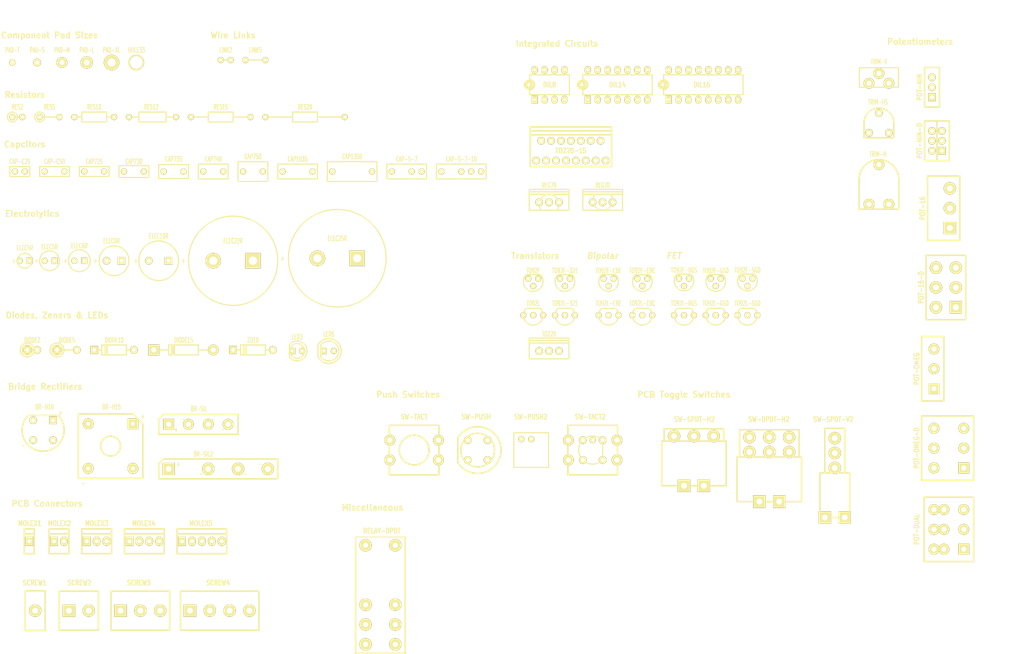
<source format=kicad_pcb>
(kicad_pcb (version 4) (host pcbnew 4.0.7)

  (general
    (links 0)
    (no_connects 0)
    (area 16.182143 15.945 278.276001 183.534001)
    (thickness 1.6)
    (drawings 20)
    (tracks 0)
    (zones 0)
    (modules 91)
    (nets 1)
  )

  (page A4)
  (title_block
    (title "GSA Footprints")
    (date "January 2018")
    (rev 1.0.0)
    (company "Gemstone Amplification")
    (comment 1 "© Tim Baldwin 2016,2018")
    (comment 4 "Through Hole Library Footprints")
  )

  (layers
    (0 F.Cu signal)
    (31 B.Cu signal)
    (32 B.Adhes user)
    (33 F.Adhes user)
    (34 B.Paste user)
    (35 F.Paste user)
    (36 B.SilkS user)
    (37 F.SilkS user)
    (38 B.Mask user)
    (39 F.Mask user)
    (40 Dwgs.User user)
    (41 Cmts.User user)
    (42 Eco1.User user)
    (43 Eco2.User user)
    (44 Edge.Cuts user)
    (45 Margin user)
    (46 B.CrtYd user)
    (47 F.CrtYd user)
    (48 B.Fab user)
    (49 F.Fab user)
  )

  (setup
    (last_trace_width 0.25)
    (trace_clearance 0.2)
    (zone_clearance 0.508)
    (zone_45_only no)
    (trace_min 0.2)
    (segment_width 0.2)
    (edge_width 0.15)
    (via_size 0.6)
    (via_drill 0.4)
    (via_min_size 0.4)
    (via_min_drill 0.3)
    (uvia_size 0.3)
    (uvia_drill 0.1)
    (uvias_allowed no)
    (uvia_min_size 0.2)
    (uvia_min_drill 0.1)
    (pcb_text_width 0.3)
    (pcb_text_size 1.5 1.5)
    (mod_edge_width 0.15)
    (mod_text_size 1 1)
    (mod_text_width 0.15)
    (pad_size 1.524 1.524)
    (pad_drill 0.762)
    (pad_to_mask_clearance 0.2)
    (aux_axis_origin 0 0)
    (visible_elements 7FFFFFFF)
    (pcbplotparams
      (layerselection 0x00030_80000001)
      (usegerberextensions false)
      (excludeedgelayer true)
      (linewidth 0.100000)
      (plotframeref false)
      (viasonmask false)
      (mode 1)
      (useauxorigin false)
      (hpglpennumber 1)
      (hpglpenspeed 20)
      (hpglpendiameter 15)
      (hpglpenoverlay 2)
      (psnegative false)
      (psa4output false)
      (plotreference true)
      (plotvalue true)
      (plotinvisibletext false)
      (padsonsilk false)
      (subtractmaskfromsilk false)
      (outputformat 1)
      (mirror false)
      (drillshape 1)
      (scaleselection 1)
      (outputdirectory ""))
  )

  (net 0 "")

  (net_class Default "This is the default net class."
    (clearance 0.2)
    (trace_width 0.25)
    (via_dia 0.6)
    (via_drill 0.4)
    (uvia_dia 0.3)
    (uvia_drill 0.1)
  )

  (module gsa:MOLEX1 (layer F.Cu) (tedit 5A8F24F9) (tstamp 5A86E32A)
    (at 23.368 154.432)
    (fp_text reference MOLEX1 (at 0.127 -4.572) (layer F.SilkS)
      (effects (font (size 1.27 1.016) (thickness 0.254)))
    )
    (fp_text value 1pin (at 0.127 4.953) (layer F.SilkS) hide
      (effects (font (size 1.27 0.762) (thickness 0.1905)))
    )
    (fp_line (start -1.27 -1.905) (end 1.27 -1.905) (layer F.SilkS) (width 0.4))
    (fp_line (start -1.27 3.175) (end 1.27 3.175) (layer F.SilkS) (width 0.4))
    (fp_line (start -1.27 -3.175) (end 1.27 -3.175) (layer F.SilkS) (width 0.4))
    (fp_line (start 1.27 -1.27) (end 1.27 3.175) (layer F.SilkS) (width 0.381))
    (fp_line (start -1.27 3.175) (end -1.27 -1.27) (layer F.SilkS) (width 0.381))
    (fp_line (start -1.27 -1.27) (end -1.27 -3.175) (layer F.SilkS) (width 0.381))
    (fp_line (start 1.27 -3.175) (end 1.27 -1.27) (layer F.SilkS) (width 0.381))
    (pad 1 thru_hole rect (at 0 0) (size 1.984375 2.3749) (drill 1) (layers *.Cu *.Mask F.SilkS))
    (model ${GSALIB}/gsa.3d/conn1.wrl
      (at (xyz 0 0 0))
      (scale (xyz 1 1 1))
      (rotate (xyz 0 0 90))
    )
  )

  (module gsa:TO92F-SGD (layer F.Cu) (tedit 5A85E029) (tstamp 5A873A63)
    (at 207.264 88.392)
    (fp_text reference TO92F-SGD (at 0 -3.429) (layer F.SilkS)
      (effects (font (size 1.27 0.762) (thickness 0.1905)))
    )
    (fp_text value "" (at 0 2.921) (layer F.SilkS) hide
      (effects (font (size 1.27 0.762) (thickness 0.1905)))
    )
    (fp_line (start -1.778 -2.413) (end 1.778 -2.413) (layer F.SilkS) (width 0.3048))
    (fp_arc (start 0 -0.635) (end -1.778 1.143) (angle 90) (layer F.SilkS) (width 0.3048))
    (fp_arc (start 0 -0.635) (end 1.778 -2.413) (angle 90) (layer F.SilkS) (width 0.3048))
    (fp_arc (start 0 -0.635) (end 1.778 1.143) (angle 90) (layer F.SilkS) (width 0.3048))
    (pad G thru_hole circle (at 0 0.635) (size 1.5875 1.5875) (drill 0.7) (layers *.Cu *.Mask F.SilkS))
    (pad S thru_hole circle (at 1.27 -1.27) (size 1.5875 1.5875) (drill 0.7) (layers *.Cu *.Mask F.SilkS))
    (pad D thru_hole circle (at -1.27 -1.27) (size 1.5875 1.5875) (drill 0.7) (layers *.Cu *.Mask F.SilkS))
    (model ${GSALIB}/gsa.3d/to92f.wrl
      (at (xyz 0 0 0))
      (scale (xyz 1 1 1))
      (rotate (xyz 0 0 0))
    )
  )

  (module gsa:TO92F-DGS (layer F.Cu) (tedit 5A8707C8) (tstamp 5A8731A9)
    (at 191.008 88.392)
    (fp_text reference TO92F-DGS (at 0 -3.429) (layer F.SilkS)
      (effects (font (size 1.27 0.762) (thickness 0.1905)))
    )
    (fp_text value "" (at 0 2.921) (layer F.SilkS) hide
      (effects (font (size 1.27 0.762) (thickness 0.1905)))
    )
    (fp_line (start -1.778 -2.413) (end 1.778 -2.413) (layer F.SilkS) (width 0.3048))
    (fp_arc (start 0 -0.635) (end -1.778 1.143) (angle 90) (layer F.SilkS) (width 0.3048))
    (fp_arc (start 0 -0.635) (end 1.778 -2.413) (angle 90) (layer F.SilkS) (width 0.3048))
    (fp_arc (start 0 -0.635) (end 1.778 1.143) (angle 90) (layer F.SilkS) (width 0.3048))
    (pad G thru_hole circle (at 0 0.635) (size 1.5875 1.5875) (drill 0.7) (layers *.Cu *.Mask F.SilkS))
    (pad D thru_hole circle (at 1.27 -1.27) (size 1.5875 1.5875) (drill 0.7) (layers *.Cu *.Mask F.SilkS))
    (pad S thru_hole circle (at -1.27 -1.27) (size 1.5875 1.5875) (drill 0.7) (layers *.Cu *.Mask F.SilkS))
    (model ${GSALIB}/gsa.3d/to92f.wrl
      (at (xyz 0 0 0))
      (scale (xyz 1 1 1))
      (rotate (xyz 0 0 0))
    )
  )

  (module gsa:TO92F-GSD (layer F.Cu) (tedit 5A8701D1) (tstamp 5A873606)
    (at 199.136 88.392)
    (fp_text reference TO92F-GSD (at 0 -3.302) (layer F.SilkS)
      (effects (font (size 1.27 0.762) (thickness 0.1905)))
    )
    (fp_text value "" (at 0 3.048) (layer F.SilkS) hide
      (effects (font (size 1.27 0.762) (thickness 0.1905)))
    )
    (fp_line (start -1.778 -2.286) (end 1.778 -2.286) (layer F.SilkS) (width 0.3048))
    (fp_arc (start 0 -0.508) (end -1.778 1.27) (angle 90) (layer F.SilkS) (width 0.3048))
    (fp_arc (start 0 -0.508) (end 1.778 -2.286) (angle 90) (layer F.SilkS) (width 0.3048))
    (fp_arc (start 0 -0.508) (end 1.778 1.27) (angle 90) (layer F.SilkS) (width 0.3048))
    (pad S thru_hole circle (at 0 0.635) (size 1.5875 1.5875) (drill 0.7) (layers *.Cu *.Mask F.SilkS))
    (pad G thru_hole circle (at 1.27 -1.27) (size 1.5875 1.5875) (drill 0.7) (layers *.Cu *.Mask F.SilkS))
    (pad D thru_hole circle (at -1.27 -1.27) (size 1.5875 1.5875) (drill 0.7) (layers *.Cu *.Mask F.SilkS))
    (model ${GSALIB}/gsa.3d/to92f.wrl
      (at (xyz 0 0 0))
      (scale (xyz 1 1 1))
      (rotate (xyz 0 0 0))
    )
  )

  (module gsa:TO92F-EBC (layer F.Cu) (tedit 5A8701C1) (tstamp 5A871A69)
    (at 180.34 88.392)
    (fp_text reference TO92F-EBC (at 0 -3.302) (layer F.SilkS)
      (effects (font (size 1.27 0.762) (thickness 0.1905)))
    )
    (fp_text value "" (at 0 3.048) (layer F.SilkS) hide
      (effects (font (size 1.27 0.762) (thickness 0.1905)))
    )
    (fp_line (start -1.778 -2.286) (end 1.778 -2.286) (layer F.SilkS) (width 0.3048))
    (fp_arc (start 0 -0.508) (end -1.778 1.27) (angle 90) (layer F.SilkS) (width 0.3048))
    (fp_arc (start 0 -0.508) (end 1.778 -2.286) (angle 90) (layer F.SilkS) (width 0.3048))
    (fp_arc (start 0 -0.508) (end 1.778 1.27) (angle 90) (layer F.SilkS) (width 0.3048))
    (pad B thru_hole circle (at 0 0.635) (size 1.5875 1.5875) (drill 0.7) (layers *.Cu *.Mask F.SilkS))
    (pad E thru_hole circle (at 1.27 -1.27) (size 1.5875 1.5875) (drill 0.7) (layers *.Cu *.Mask F.SilkS))
    (pad C thru_hole circle (at -1.27 -1.27) (size 1.5875 1.5875) (drill 0.7) (layers *.Cu *.Mask F.SilkS))
    (model ${GSALIB}/gsa.3d/to92f.wrl
      (at (xyz 0 0 0))
      (scale (xyz 1 1 1))
      (rotate (xyz 0 0 0))
    )
  )

  (module gsa:TO92F-CBE (layer F.Cu) (tedit 5A8701A2) (tstamp 5A87160C)
    (at 171.704 88.392)
    (fp_text reference TO92F-CBE (at 0 -3.302) (layer F.SilkS)
      (effects (font (size 1.27 0.762) (thickness 0.1905)))
    )
    (fp_text value "" (at 0 3.048) (layer F.SilkS) hide
      (effects (font (size 1.27 0.762) (thickness 0.1905)))
    )
    (fp_line (start -1.778 -2.286) (end 1.778 -2.286) (layer F.SilkS) (width 0.3048))
    (fp_arc (start 0 -0.508) (end -1.778 1.27) (angle 90) (layer F.SilkS) (width 0.3048))
    (fp_arc (start 0 -0.508) (end 1.778 -2.286) (angle 90) (layer F.SilkS) (width 0.3048))
    (fp_arc (start 0 -0.508) (end 1.778 1.27) (angle 90) (layer F.SilkS) (width 0.3048))
    (pad B thru_hole circle (at 0 0.635) (size 1.5875 1.5875) (drill 0.7) (layers *.Cu *.Mask F.SilkS))
    (pad C thru_hole circle (at 1.27 -1.27) (size 1.5875 1.5875) (drill 0.7) (layers *.Cu *.Mask F.SilkS))
    (pad E thru_hole circle (at -1.27 -1.27) (size 1.5875 1.5875) (drill 0.7) (layers *.Cu *.Mask F.SilkS))
    (model ${GSALIB}/gsa.3d/to92f.wrl
      (at (xyz 0 0 0))
      (scale (xyz 1 1 1))
      (rotate (xyz 0 0 0))
    )
  )

  (module gsa:TO92F-321 (layer F.Cu) (tedit 5A870190) (tstamp 5A8711AF)
    (at 160.528 88.392)
    (fp_text reference TO92F-321 (at 0 -3.302) (layer F.SilkS)
      (effects (font (size 1.27 0.762) (thickness 0.1905)))
    )
    (fp_text value "" (at 0.254 3.302) (layer F.SilkS) hide
      (effects (font (size 1.27 0.762) (thickness 0.1905)))
    )
    (fp_line (start -1.778 -2.286) (end 1.778 -2.286) (layer F.SilkS) (width 0.3048))
    (fp_arc (start 0 -0.508) (end -1.778 1.27) (angle 90) (layer F.SilkS) (width 0.3048))
    (fp_arc (start 0 -0.508) (end 1.778 -2.286) (angle 90) (layer F.SilkS) (width 0.3048))
    (fp_arc (start 0 -0.508) (end 1.778 1.27) (angle 90) (layer F.SilkS) (width 0.3048))
    (pad 2 thru_hole circle (at 0 0.635) (size 1.5875 1.5875) (drill 0.7) (layers *.Cu *.Mask F.SilkS))
    (pad 3 thru_hole circle (at 1.27 -1.27) (size 1.5875 1.5875) (drill 0.7) (layers *.Cu *.Mask F.SilkS))
    (pad 1 thru_hole circle (at -1.27 -1.27) (size 1.5875 1.5875) (drill 0.7) (layers *.Cu *.Mask F.SilkS))
    (model ${GSALIB}/gsa.3d/to92f.wrl
      (at (xyz 0 0 0))
      (scale (xyz 1 1 1))
      (rotate (xyz 0 0 0))
    )
  )

  (module gsa:TO92F (layer F.Cu) (tedit 5A87016F) (tstamp 5A870D51)
    (at 152.4 88.392)
    (fp_text reference TO92F (at 0 -3.302) (layer F.SilkS)
      (effects (font (size 1.27 0.762) (thickness 0.1905)))
    )
    (fp_text value "" (at 0.254 3.302) (layer F.SilkS) hide
      (effects (font (size 1.27 0.762) (thickness 0.1905)))
    )
    (fp_line (start -1.778 -2.286) (end 1.778 -2.286) (layer F.SilkS) (width 0.3048))
    (fp_arc (start 0 -0.508) (end -1.778 1.27) (angle 90) (layer F.SilkS) (width 0.3048))
    (fp_arc (start 0 -0.508) (end 1.778 -2.286) (angle 90) (layer F.SilkS) (width 0.3048))
    (fp_arc (start 0 -0.508) (end 1.778 1.27) (angle 90) (layer F.SilkS) (width 0.3048))
    (pad 2 thru_hole circle (at 0 0.635) (size 1.5875 1.5875) (drill 0.7) (layers *.Cu *.Mask F.SilkS))
    (pad 1 thru_hole circle (at 1.27 -1.27) (size 1.5875 1.5875) (drill 0.7) (layers *.Cu *.Mask F.SilkS))
    (pad 3 thru_hole circle (at -1.27 -1.27) (size 1.5875 1.5875) (drill 0.7) (layers *.Cu *.Mask F.SilkS))
    (model ${GSALIB}/gsa.3d/to92f.wrl
      (at (xyz 0 0 0))
      (scale (xyz 1 1 1))
      (rotate (xyz 0 0 0))
    )
  )

  (module gsa:SW-PUSH2 (layer F.Cu) (tedit 5A8F22C0) (tstamp 5A878EE0)
    (at 151.892 131.064 180)
    (fp_text reference SW-PUSH2 (at 0.127 8.509 180) (layer F.SilkS)
      (effects (font (size 1.27 1.016) (thickness 0.254)))
    )
    (fp_text value "" (at 0 0.635 180) (layer F.SilkS) hide
      (effects (font (size 1.27 0.762) (thickness 0.1905)))
    )
    (fp_line (start -4.445 0) (end -4.445 -4.445) (layer F.SilkS) (width 0.3))
    (fp_line (start -4.445 -4.445) (end 3.81 -4.445) (layer F.SilkS) (width 0.3))
    (fp_line (start 3.81 -4.445) (end 4.445 -4.445) (layer F.SilkS) (width 0.3))
    (fp_line (start 4.445 -4.445) (end 4.445 4.445) (layer F.SilkS) (width 0.3))
    (fp_line (start 4.445 4.445) (end -4.445 4.445) (layer F.SilkS) (width 0.3))
    (fp_line (start -4.445 4.445) (end -4.445 0) (layer F.SilkS) (width 0.3))
    (pad 1 thru_hole circle (at 2.54 2.794 180) (size 1.5875 1.5875) (drill 0.7) (layers *.Cu *.Mask F.SilkS))
    (pad 2 thru_hole circle (at 0 2.794 180) (size 1.5875 1.5875) (drill 0.7) (layers *.Cu *.Mask F.SilkS))
    (model ${GSALIB}/gsa.3d/push-sw2.wrl
      (at (xyz 0 0 0))
      (scale (xyz 1 1 1))
      (rotate (xyz 0 0 0))
    )
  )

  (module gsa:SW-SPDT-V2 (layer F.Cu) (tedit 5A8F22D1) (tstamp 5A86FF0E)
    (at 229.616 148.336 180)
    (fp_text reference SW-SPDT-V2 (at 0.381 25.146 180) (layer F.SilkS)
      (effects (font (size 1.27 1.016) (thickness 0.254)))
    )
    (fp_text value "" (at 0 5.08 180) (layer F.SilkS) hide
      (effects (font (size 1.27 0.762) (thickness 0.1905)))
    )
    (fp_line (start -1.27 -7.62) (end -1.27 -13.97) (layer F.CrtYd) (width 0.4))
    (fp_line (start -1.27 -13.97) (end 1.27 -13.97) (layer F.CrtYd) (width 0.4))
    (fp_line (start 1.27 -13.97) (end 1.27 -7.62) (layer F.CrtYd) (width 0.4))
    (fp_line (start -2.54 0) (end -2.54 -7.62) (layer F.CrtYd) (width 0.4))
    (fp_line (start -2.54 -7.62) (end 2.54 -7.62) (layer F.CrtYd) (width 0.4))
    (fp_line (start 2.54 -7.62) (end 2.54 0) (layer F.CrtYd) (width 0.4))
    (fp_line (start -2.54 11.43) (end -2.54 22.86) (layer F.SilkS) (width 0.4))
    (fp_line (start -2.54 22.86) (end 2.54 22.86) (layer F.SilkS) (width 0.4))
    (fp_line (start 2.54 22.86) (end 2.54 11.43) (layer F.SilkS) (width 0.4))
    (fp_line (start -3.81 0) (end 3.81 0) (layer F.SilkS) (width 0.4))
    (fp_line (start 3.81 0) (end 3.81 11.43) (layer F.SilkS) (width 0.4))
    (fp_line (start 3.81 11.43) (end -3.81 11.43) (layer F.SilkS) (width 0.4))
    (fp_line (start -3.81 11.43) (end -3.81 0) (layer F.SilkS) (width 0.4))
    (pad 0 thru_hole rect (at 2.54 0 180) (size 3.175 3.175) (drill 1.5) (layers *.Cu *.Mask F.SilkS))
    (pad 2 thru_hole circle (at 0 20.32 180) (size 3.175 3.175) (drill 1.5) (layers *.Cu *.Mask F.SilkS))
    (pad 1 thru_hole circle (at 0 16.51 180) (size 3.175 3.175) (drill 1.5) (layers *.Cu *.Mask F.SilkS))
    (pad 3 thru_hole circle (at 0 12.7 180) (size 3.175 3.175) (drill 1.5) (layers *.Cu *.Mask F.SilkS))
    (pad 0 thru_hole rect (at -2.54 0 180) (size 3.175 3.175) (drill 1.5) (layers *.Cu *.Mask F.SilkS))
    (model ${GSALIB}/gsa.3d/spdt-pcb-v.wrl
      (at (xyz 0 0 0))
      (scale (xyz 1 1 1))
      (rotate (xyz 0 0 0))
    )
  )

  (module gsa:SW-SPDT-H2 (layer F.Cu) (tedit 5A8F22C9) (tstamp 5A86FA21)
    (at 193.548 140.208 180)
    (fp_text reference SW-SPDT-H2 (at -0.127 17.018 180) (layer F.SilkS)
      (effects (font (size 1.27 1.016) (thickness 0.254)))
    )
    (fp_text value "" (at 0 5.08 180) (layer F.SilkS) hide
      (effects (font (size 1.27 0.762) (thickness 0.1905)))
    )
    (fp_line (start -1.27 -7.62) (end -1.27 -13.97) (layer F.CrtYd) (width 0.4))
    (fp_line (start -1.27 -13.97) (end 1.27 -13.97) (layer F.CrtYd) (width 0.4))
    (fp_line (start 1.27 -13.97) (end 1.27 -7.62) (layer F.CrtYd) (width 0.4))
    (fp_line (start -2.54 0) (end -2.54 -7.62) (layer F.CrtYd) (width 0.4))
    (fp_line (start -2.54 -7.62) (end 2.54 -7.62) (layer F.CrtYd) (width 0.4))
    (fp_line (start 2.54 -7.62) (end 2.54 0) (layer F.CrtYd) (width 0.4))
    (fp_line (start -7.62 11.43) (end -7.62 14.605) (layer F.SilkS) (width 0.4))
    (fp_line (start -7.62 14.605) (end 7.62 14.605) (layer F.SilkS) (width 0.4))
    (fp_line (start 7.62 14.605) (end 7.62 11.43) (layer F.SilkS) (width 0.4))
    (fp_line (start -8.255 0) (end -8.255 11.43) (layer F.SilkS) (width 0.4))
    (fp_line (start -8.255 11.43) (end 8.255 11.43) (layer F.SilkS) (width 0.4))
    (fp_line (start 8.255 11.43) (end 8.255 0) (layer F.SilkS) (width 0.4))
    (fp_line (start -8.255 0) (end 8.255 0) (layer F.SilkS) (width 0.4))
    (pad 0 thru_hole rect (at 2.54 0 180) (size 3.175 3.175) (drill 1.5) (layers *.Cu *.Mask F.SilkS))
    (pad 3 thru_hole circle (at -5.08 12.7 180) (size 3.175 3.175) (drill 1.5) (layers *.Cu *.Mask F.SilkS))
    (pad 1 thru_hole circle (at 0 12.7 180) (size 3.175 3.175) (drill 1.5) (layers *.Cu *.Mask F.SilkS))
    (pad 2 thru_hole circle (at 5.08 12.7 180) (size 3.175 3.175) (drill 1.5) (layers *.Cu *.Mask F.SilkS))
    (pad 0 thru_hole rect (at -2.54 0 180) (size 3.175 3.175) (drill 1.5) (layers *.Cu *.Mask F.SilkS))
    (model ${GSALIB}/gsa.3d/spdt-pcb-h.wrl
      (at (xyz 0 0 0))
      (scale (xyz 1 1 1))
      (rotate (xyz 0 0 0))
    )
  )

  (module gsa:SW-DPDT-H2 (layer F.Cu) (tedit 5A8F22CE) (tstamp 5A86F102)
    (at 212.852 144.272 180)
    (fp_text reference SW-DPDT-H2 (at 0.127 21.082 180) (layer F.SilkS)
      (effects (font (size 1.27 1.016) (thickness 0.254)))
    )
    (fp_text value "" (at 0 5.08 180) (layer F.SilkS) hide
      (effects (font (size 1.27 0.762) (thickness 0.1905)))
    )
    (fp_line (start 1.27 -10.795) (end 1.27 -7.62) (layer F.CrtYd) (width 0.4))
    (fp_line (start -1.27 -7.62) (end -1.27 -13.97) (layer F.CrtYd) (width 0.4))
    (fp_line (start -1.27 -13.97) (end 1.27 -13.97) (layer F.CrtYd) (width 0.4))
    (fp_line (start 1.27 -13.97) (end 1.27 -10.795) (layer F.CrtYd) (width 0.4))
    (fp_line (start 2.54 -7.62) (end -2.54 -7.62) (layer F.CrtYd) (width 0.4))
    (fp_line (start 2.54 0) (end 2.54 -7.62) (layer F.CrtYd) (width 0.4))
    (fp_line (start -2.54 0) (end -2.54 -7.62) (layer F.CrtYd) (width 0.4))
    (fp_line (start -7.62 14.605) (end -7.62 18.415) (layer F.SilkS) (width 0.4))
    (fp_line (start -7.62 18.415) (end 7.62 18.415) (layer F.SilkS) (width 0.4))
    (fp_line (start 7.62 18.415) (end 7.62 14.605) (layer F.SilkS) (width 0.4))
    (fp_line (start -7.62 11.43) (end -7.62 14.605) (layer F.SilkS) (width 0.4))
    (fp_line (start 7.62 14.605) (end 7.62 11.43) (layer F.SilkS) (width 0.4))
    (fp_line (start -8.255 0) (end -8.255 11.43) (layer F.SilkS) (width 0.4))
    (fp_line (start -8.255 11.43) (end 8.255 11.43) (layer F.SilkS) (width 0.4))
    (fp_line (start 8.255 11.43) (end 8.255 0) (layer F.SilkS) (width 0.4))
    (fp_line (start -8.255 0) (end 8.255 0) (layer F.SilkS) (width 0.4))
    (pad 2 thru_hole circle (at 5.08 16.51 180) (size 3.175 3.175) (drill 1.5) (layers *.Cu *.Mask F.SilkS))
    (pad 1 thru_hole circle (at 0 16.51 180) (size 3.175 3.175) (drill 1.5) (layers *.Cu *.Mask F.SilkS))
    (pad 3 thru_hole circle (at -5.08 16.51 180) (size 3.175 3.175) (drill 1.5) (layers *.Cu *.Mask F.SilkS))
    (pad 0 thru_hole rect (at 2.54 0 180) (size 3.175 3.175) (drill 1.5) (layers *.Cu *.Mask F.SilkS))
    (pad 6 thru_hole circle (at -5.08 12.7 180) (size 3.175 3.175) (drill 1.5) (layers *.Cu *.Mask F.SilkS))
    (pad 4 thru_hole circle (at 0 12.7 180) (size 3.175 3.175) (drill 1.5) (layers *.Cu *.Mask F.SilkS))
    (pad 5 thru_hole circle (at 5.08 12.7 180) (size 3.175 3.175) (drill 1.5) (layers *.Cu *.Mask F.SilkS))
    (pad 0 thru_hole rect (at -2.54 0 180) (size 3.175 3.175) (drill 1.5) (layers *.Cu *.Mask F.SilkS))
    (model ${GSALIB}/gsa.3d/dpdt-pcb-h.wrl
      (at (xyz 0 0 0))
      (scale (xyz 1 1 1))
      (rotate (xyz 0 0 0))
    )
  )

  (module gsa:POT-DUAL (layer F.Cu) (tedit 5A8F1086) (tstamp 5A86EC34)
    (at 262.636 151.384 270)
    (fp_text reference POT-DUAL (at 0 12.065 270) (layer F.SilkS)
      (effects (font (size 1.27 1.016) (thickness 0.254)))
    )
    (fp_text value "" (at 0 2.54 270) (layer F.SilkS) hide
      (effects (font (size 1.27 0.762) (thickness 0.1905)))
    )
    (fp_line (start -8.255 -3.81) (end 8.255 -3.81) (layer F.CrtYd) (width 0.4))
    (fp_line (start 8.255 -2.54) (end 8.255 10.16) (layer F.SilkS) (width 0.4))
    (fp_line (start -8.255 -2.54) (end -8.255 10.16) (layer F.SilkS) (width 0.4))
    (fp_line (start 8.255 -6.35) (end 8.255 -2.54) (layer F.CrtYd) (width 0.4))
    (fp_line (start -8.255 -6.35) (end -8.255 -2.54) (layer F.CrtYd) (width 0.4))
    (fp_line (start -8.255 -6.35) (end 8.255 -6.35) (layer F.CrtYd) (width 0.4))
    (fp_line (start -8.255 -2.54) (end 8.255 -2.54) (layer F.SilkS) (width 0.4))
    (fp_line (start -3.175 -12.7) (end -3.175 -15.24) (layer F.CrtYd) (width 0.4))
    (fp_line (start -3.175 -15.24) (end 3.175 -15.24) (layer F.CrtYd) (width 0.4))
    (fp_line (start 3.175 -15.24) (end 3.175 -12.7) (layer F.CrtYd) (width 0.4))
    (fp_line (start -5.08 -6.35) (end -5.08 -12.7) (layer F.CrtYd) (width 0.4))
    (fp_line (start -5.08 -12.7) (end 5.08 -12.7) (layer F.CrtYd) (width 0.4))
    (fp_line (start 5.08 -12.7) (end 5.08 -6.35) (layer F.CrtYd) (width 0.4))
    (fp_line (start -8.255 10.16) (end 8.255 10.16) (layer F.SilkS) (width 0.381))
    (pad 4 thru_hole circle (at 5.08 5.08 270) (size 2.778125 2.778125) (drill 1.3) (layers *.Cu *.Mask F.SilkS))
    (pad 5 thru_hole circle (at 0 5.08 270) (size 2.778125 2.778125) (drill 1.3) (layers *.Cu *.Mask F.SilkS))
    (pad 6 thru_hole circle (at -5.08 7.62 270) (size 2.778125 2.778125) (drill 1.3) (layers *.Cu *.Mask F.SilkS))
    (pad 6 thru_hole circle (at -5.08 5.08 270) (size 2.778125 2.778125) (drill 1.3) (layers *.Cu *.Mask F.SilkS))
    (pad 4 thru_hole circle (at 5.08 7.62 270) (size 2.778125 2.778125) (drill 1.3) (layers *.Cu *.Mask F.SilkS))
    (pad 5 thru_hole circle (at 0 7.62 270) (size 2.778125 2.778125) (drill 1.3) (layers *.Cu *.Mask F.SilkS))
    (pad 2 thru_hole circle (at 0 0 270) (size 2.778125 2.778125) (drill 1.3) (layers *.Cu *.Mask F.SilkS))
    (pad 1 thru_hole rect (at 5.08 0 270) (size 2.778125 2.778125) (drill 1.3) (layers *.Cu *.Mask F.SilkS))
    (pad 3 thru_hole circle (at -5.08 0 270) (size 2.778125 2.778125) (drill 1.3) (layers *.Cu *.Mask F.SilkS))
    (model ${GSALIB}/gsa.3d/pot-omeg-d.wrl
      (at (xyz 0 0 0))
      (scale (xyz 1 1 1))
      (rotate (xyz 0 0 0))
    )
    (model ${GSALIB}/gsa.3d/pot-pcb-d.wrl
      (at (xyz 0 0 0))
      (scale (xyz 1 1 1))
      (rotate (xyz 0 0 0))
    )
  )

  (module gsa:SW-PUSH (layer F.Cu) (tedit 5A8F22BC) (tstamp 5A878A6D)
    (at 138.176 131.064 270)
    (fp_text reference SW-PUSH (at -8.509 0.381 360) (layer F.SilkS)
      (effects (font (size 1.27 1.016) (thickness 0.254)))
    )
    (fp_text value "" (at 0 6.35 270) (layer F.SilkS) hide
      (effects (font (size 1.27 0.762) (thickness 0.1905)))
    )
    (fp_line (start -3.175 5.08) (end 3.175 5.08) (layer F.SilkS) (width 0.4))
    (fp_arc (start 0 0) (end -3.175 5.08) (angle 296) (layer F.SilkS) (width 0.4))
    (fp_circle (center 0 0) (end 4.318 0) (layer F.SilkS) (width 0.4))
    (pad 1 thru_hole circle (at -2.54 2.54 270) (size 1.984375 1.984375) (drill 1) (layers *.Cu *.Mask F.SilkS))
    (pad 2 thru_hole circle (at 2.54 2.54 270) (size 1.984375 1.984375) (drill 1) (layers *.Cu *.Mask F.SilkS))
    (pad 2 thru_hole circle (at 2.54 -2.54 270) (size 1.984375 1.984375) (drill 1) (layers *.Cu *.Mask F.SilkS))
    (pad 1 thru_hole circle (at -2.54 -2.54 270) (size 1.984375 1.984375) (drill 1) (layers *.Cu *.Mask F.SilkS))
    (model ${GSALIB}/gsa.3d/push-sw.wrl
      (at (xyz 0 0 0))
      (scale (xyz 1 1 1))
      (rotate (xyz 0 0 0))
    )
  )

  (module gsa:SW-TACT2 (layer F.Cu) (tedit 5A8F22C3) (tstamp 5A878608)
    (at 167.64 131.064)
    (fp_text reference SW-TACT2 (at -0.635 -8.509) (layer F.SilkS)
      (effects (font (size 1.27 1.016) (thickness 0.254)))
    )
    (fp_text value "" (at 0 5.08) (layer F.SilkS) hide
      (effects (font (size 1.27 0.762) (thickness 0.1905)))
    )
    (fp_arc (start 0 0) (end 2.54 2.54) (angle 270) (layer F.SilkS) (width 0.3))
    (fp_line (start 2.54 -2.54) (end 2.54 2.54) (layer F.SilkS) (width 0.3))
    (fp_line (start -6.35 -6.35) (end 6.35 -6.35) (layer F.SilkS) (width 0.4))
    (fp_line (start 6.35 -6.35) (end 6.35 6.35) (layer F.SilkS) (width 0.4))
    (fp_line (start 6.35 6.35) (end -6.35 6.35) (layer F.SilkS) (width 0.4))
    (fp_line (start -6.35 6.35) (end -6.35 -6.35) (layer F.SilkS) (width 0.4))
    (pad 2 thru_hole circle (at 6.223 -2.54) (size 2.778125 2.778125) (drill 1.3) (layers *.Cu *.Mask F.SilkS))
    (pad 2 thru_hole circle (at -6.223 -2.54) (size 2.778125 2.778125) (drill 1.3) (layers *.Cu *.Mask F.SilkS))
    (pad 1 thru_hole circle (at 6.223 2.54) (size 2.778125 2.778125) (drill 1.3) (layers *.Cu *.Mask F.SilkS))
    (pad 1 thru_hole circle (at -6.223 2.54) (size 2.778125 2.778125) (drill 1.3) (layers *.Cu *.Mask F.SilkS))
    (pad 1 thru_hole circle (at 0 -2.54) (size 1.5875 1.5875) (drill 0.7) (layers *.Cu *.Mask F.SilkS))
    (pad 2 thru_hole circle (at -2.54 -2.54) (size 1.984375 1.984375) (drill 1) (layers *.Cu *.Mask F.SilkS))
    (pad 2 thru_hole circle (at 2.54 -2.54) (size 1.984375 1.984375) (drill 1) (layers *.Cu *.Mask F.SilkS))
    (pad 1 thru_hole circle (at 2.54 2.54) (size 1.984375 1.984375) (drill 1) (layers *.Cu *.Mask F.SilkS))
    (pad 1 thru_hole circle (at -2.54 2.54) (size 1.984375 1.984375) (drill 1) (layers *.Cu *.Mask F.SilkS))
    (model ${GSALIB}/gsa.3d/tact-sw12.wrl
      (at (xyz 0 0 0))
      (scale (xyz 1 1 1))
      (rotate (xyz 0 0 0))
    )
  )

  (module gsa:SW-TACT (layer F.Cu) (tedit 5A8F22B6) (tstamp 5A8781A1)
    (at 121.92 131.064)
    (fp_text reference SW-TACT (at 0 -8.509 180) (layer F.SilkS)
      (effects (font (size 1.27 1.016) (thickness 0.254)))
    )
    (fp_text value "" (at 0 5.08) (layer F.SilkS) hide
      (effects (font (size 1.27 0.762) (thickness 0.1905)))
    )
    (fp_line (start -6.35 -6.35) (end 6.35 -6.35) (layer F.SilkS) (width 0.4))
    (fp_line (start 6.35 -6.35) (end 6.35 6.35) (layer F.SilkS) (width 0.4))
    (fp_line (start 6.35 6.35) (end -6.35 6.35) (layer F.SilkS) (width 0.4))
    (fp_line (start -6.35 6.35) (end -6.35 -6.35) (layer F.SilkS) (width 0.4))
    (fp_circle (center 0 0) (end 0 -3.81) (layer F.SilkS) (width 0.4))
    (pad 2 thru_hole circle (at 6.223 -2.54) (size 2.778125 2.778125) (drill 1.3) (layers *.Cu *.Mask F.SilkS))
    (pad 2 thru_hole circle (at -6.223 -2.54) (size 2.778125 2.778125) (drill 1.3) (layers *.Cu *.Mask F.SilkS))
    (pad 1 thru_hole circle (at 6.223 2.54) (size 2.778125 2.778125) (drill 1.3) (layers *.Cu *.Mask F.SilkS))
    (pad 1 thru_hole circle (at -6.223 2.54) (size 2.778125 2.778125) (drill 1.3) (layers *.Cu *.Mask F.SilkS))
    (model ${GSALIB}/gsa.3d/tact-sw12.wrl
      (at (xyz 0 0 0))
      (scale (xyz 1 1 1))
      (rotate (xyz 0 0 0))
    )
  )

  (module gsa:RELAY-DPDT (layer F.Cu) (tedit 5A8F22A9) (tstamp 5A877D3D)
    (at 113.284 155.448 180)
    (fp_text reference RELAY-DPDT (at -0.381 3.683 360) (layer F.SilkS)
      (effects (font (size 1.27 1.016) (thickness 0.254)))
    )
    (fp_text value "" (at 0.254 -3.556 180) (layer F.SilkS) hide
      (effects (font (size 1.27 0.762) (thickness 0.1905)))
    )
    (fp_line (start -6.35 -27.686) (end 6.35 -27.686) (layer F.SilkS) (width 0.4))
    (fp_line (start -6.35 2.032) (end -6.35 -27.686) (layer F.SilkS) (width 0.4))
    (fp_line (start 6.35 2.032) (end 6.35 -27.686) (layer F.SilkS) (width 0.4))
    (fp_line (start -6.35 2.032) (end 6.35 2.032) (layer F.SilkS) (width 0.4))
    (pad 5 thru_hole circle (at -3.81 -25.4 180) (size 3.175 3.175) (drill 1.3) (layers *.Cu *.Mask F.SilkS))
    (pad 2 thru_hole circle (at 3.81 -25.4 180) (size 3.175 3.175) (drill 1.3) (layers *.Cu *.Mask F.SilkS))
    (pad 3 thru_hole circle (at 3.81 -15.24 180) (size 3.175 3.175) (drill 1.3) (layers *.Cu *.Mask F.SilkS))
    (pad 6 thru_hole circle (at -3.81 -15.24 180) (size 3.175 3.175) (drill 1.3) (layers *.Cu *.Mask F.SilkS))
    (pad 4 thru_hole circle (at -3.81 -20.32 180) (size 3.175 3.175) (drill 1.3) (layers *.Cu *.Mask F.SilkS))
    (pad 1 thru_hole circle (at 3.81 -20.32 180) (size 3.175 3.175) (drill 1.3) (layers *.Cu *.Mask F.SilkS))
    (pad L2 thru_hole circle (at -3.81 0 180) (size 3.175 3.175) (drill 1.3) (layers *.Cu *.Mask F.SilkS))
    (pad L1 thru_hole circle (at 3.81 0 180) (size 3.175 3.175) (drill 1.3) (layers *.Cu *.Mask F.SilkS))
    (model ${GSALIB}/gsa.3d/relay-dpdt.wrl
      (at (xyz 0 0 0))
      (scale (xyz 1 1 1))
      (rotate (xyz 0 0 0))
    )
  )

  (module gsa:TRIM-V (layer F.Cu) (tedit 5692BC8D) (tstamp 5A877745)
    (at 240.919 37.084)
    (fp_text reference TRIM-V (at 0 -5.5) (layer F.SilkS)
      (effects (font (size 1.27 0.762) (thickness 0.1905)))
    )
    (fp_text value "" (at 0 3) (layer F.SilkS) hide
      (effects (font (size 1.27 0.762) (thickness 0.1905)))
    )
    (fp_line (start 5 1) (end 5 -4) (layer F.SilkS) (width 0.3))
    (fp_line (start -5 1) (end -5 -4) (layer F.SilkS) (width 0.3))
    (fp_line (start -5 -4) (end 5 -4) (layer F.SilkS) (width 0.3))
    (fp_line (start 5 1) (end -5 1) (layer F.SilkS) (width 0.3))
    (pad 3 thru_hole circle (at 2.54 0) (size 2.778125 2.778125) (drill 1.3) (layers *.Cu *.Mask F.SilkS))
    (pad 2 thru_hole circle (at 0 -2.54) (size 2.778125 2.778125) (drill 1.3) (layers *.Cu *.Mask F.SilkS))
    (pad 1 thru_hole circle (at -2.54 0) (size 2.778125 2.778125) (drill 1.3) (layers *.Cu *.Mask F.SilkS))
    (model ${GSALIB}/gsa.3d/trimv.wrl
      (at (xyz 0 0 0))
      (scale (xyz 1 1 1))
      (rotate (xyz 0 0 0))
    )
  )

  (module gsa:TRIM-HS (layer F.Cu) (tedit 5A8F25F1) (tstamp 5A8772E8)
    (at 240.919 44.704)
    (fp_text reference TRIM-HS (at -0.254 -2.794) (layer F.SilkS)
      (effects (font (size 1.27 0.762) (thickness 0.1905)))
    )
    (fp_text value "" (at 0 8.255) (layer F.SilkS) hide
      (effects (font (size 1.27 0.762) (thickness 0.1905)))
    )
    (fp_line (start -3.81 2.54) (end -3.81 6.35) (layer F.SilkS) (width 0.4))
    (fp_line (start -3.81 6.35) (end 3.81 6.35) (layer F.SilkS) (width 0.4))
    (fp_line (start 3.81 6.35) (end 3.81 2.54) (layer F.SilkS) (width 0.4))
    (fp_arc (start 0 2.54) (end -3.81 2.54) (angle 180) (layer F.SilkS) (width 0.4))
    (pad 2 thru_hole circle (at 0 0) (size 1.984375 1.984375) (drill 1) (layers *.Cu *.Mask F.SilkS))
    (pad 3 thru_hole circle (at 2.54 5.08) (size 1.984375 1.984375) (drill 1) (layers *.Cu *.Mask F.SilkS))
    (pad 1 thru_hole circle (at -2.54 5.08) (size 1.984375 1.984375) (drill 1) (layers *.Cu *.Mask F.SilkS))
    (model ${GSALIB}/gsa.3d/trimhs.wrl
      (at (xyz 0 0 0))
      (scale (xyz 1 1 1))
      (rotate (xyz 0 0 0))
    )
  )

  (module gsa:TRIM-H (layer F.Cu) (tedit 5A8F25F5) (tstamp 5A876E8B)
    (at 240.919 57.912)
    (fp_text reference TRIM-H (at -0.254 -2.667) (layer F.SilkS)
      (effects (font (size 1.27 0.762) (thickness 0.1905)))
    )
    (fp_text value "" (at 0 6.66) (layer F.SilkS) hide
      (effects (font (size 1.27 0.762) (thickness 0.1905)))
    )
    (fp_line (start -5.08 3.81) (end -5.08 11.43) (layer F.SilkS) (width 0.4))
    (fp_line (start -5.08 11.43) (end 5.08 11.43) (layer F.SilkS) (width 0.4))
    (fp_line (start 5.08 11.43) (end 5.08 3.81) (layer F.SilkS) (width 0.4))
    (fp_arc (start 0 3.81) (end -5.08 3.81) (angle 180) (layer F.SilkS) (width 0.4))
    (pad 2 thru_hole circle (at 0 0) (size 2.778125 2.778125) (drill 1.3) (layers *.Cu *.Mask F.SilkS))
    (pad 3 thru_hole circle (at 2.54 10.16) (size 2.778125 2.778125) (drill 1.3) (layers *.Cu *.Mask F.SilkS))
    (pad 1 thru_hole circle (at -2.54 10.16) (size 2.778125 2.778125) (drill 1.3) (layers *.Cu *.Mask F.SilkS))
    (model ${GSALIB}/gsa.3d/trimh.wrl
      (at (xyz 0 0 0))
      (scale (xyz 1 1 1))
      (rotate (xyz 0 0 0))
    )
  )

  (module gsa:POT-OMEG-D (layer F.Cu) (tedit 5A8F1267) (tstamp 5A876792)
    (at 262.636 130.556 270)
    (fp_text reference POT-OMEG-D (at 0 12.065 270) (layer F.SilkS)
      (effects (font (size 1.27 1.016) (thickness 0.254)))
    )
    (fp_text value "" (at 0 -5.08 270) (layer F.SilkS) hide
      (effects (font (size 1.27 0.762) (thickness 0.1905)))
    )
    (fp_line (start 8.255 -2.54) (end 8.255 10.795) (layer F.SilkS) (width 0.4))
    (fp_line (start -8.255 -3.81) (end 8.255 -3.81) (layer F.CrtYd) (width 0.4))
    (fp_line (start -8.255 -2.54) (end -8.255 10.795) (layer F.SilkS) (width 0.4))
    (fp_line (start 8.255 -6.35) (end 8.255 -2.54) (layer F.CrtYd) (width 0.4))
    (fp_line (start -8.255 -6.35) (end -8.255 -2.54) (layer F.CrtYd) (width 0.4))
    (fp_line (start -8.255 -6.35) (end 8.255 -6.35) (layer F.CrtYd) (width 0.4))
    (fp_line (start -8.255 -2.54) (end 8.255 -2.54) (layer F.SilkS) (width 0.4))
    (fp_line (start -3.175 -12.7) (end -3.175 -15.24) (layer F.CrtYd) (width 0.4))
    (fp_line (start -3.175 -15.24) (end 3.175 -15.24) (layer F.CrtYd) (width 0.4))
    (fp_line (start 3.175 -15.24) (end 3.175 -12.7) (layer F.CrtYd) (width 0.4))
    (fp_line (start -5.08 -6.35) (end -5.08 -12.7) (layer F.CrtYd) (width 0.4))
    (fp_line (start -5.08 -12.7) (end 5.08 -12.7) (layer F.CrtYd) (width 0.4))
    (fp_line (start 5.08 -12.7) (end 5.08 -6.35) (layer F.CrtYd) (width 0.4))
    (fp_line (start -8.255 10.795) (end 8.255 10.795) (layer F.SilkS) (width 0.381))
    (pad 6 thru_hole circle (at -5.08 7.62 270) (size 2.778125 2.778125) (drill 1.3) (layers *.Cu *.Mask F.SilkS))
    (pad 4 thru_hole circle (at 5.08 7.62 270) (size 2.778125 2.778125) (drill 1.3) (layers *.Cu *.Mask F.SilkS))
    (pad 5 thru_hole circle (at 0 7.62 270) (size 2.778125 2.778125) (drill 1.3) (layers *.Cu *.Mask F.SilkS))
    (pad 2 thru_hole circle (at 0 0 270) (size 2.778125 2.778125) (drill 1.3) (layers *.Cu *.Mask F.SilkS))
    (pad 1 thru_hole rect (at 5.08 0 270) (size 2.778125 2.778125) (drill 1.3) (layers *.Cu *.Mask F.SilkS))
    (pad 3 thru_hole circle (at -5.08 0 270) (size 2.778125 2.778125) (drill 1.3) (layers *.Cu *.Mask F.SilkS))
    (model ${GSALIB}/gsa.3d/pot-omeg-d.wrl
      (at (xyz 0 0 0))
      (scale (xyz 1 1 1))
      (rotate (xyz 0 0 0))
    )
  )

  (module gsa:POT-OMEG (layer F.Cu) (tedit 5A8F1108) (tstamp 5A87631F)
    (at 255.016 110.236 270)
    (fp_text reference POT-OMEG (at 0 4.445 270) (layer F.SilkS)
      (effects (font (size 1.27 1.016) (thickness 0.254)))
    )
    (fp_text value "" (at 0 -5.08 270) (layer F.SilkS) hide
      (effects (font (size 1.27 0.762) (thickness 0.1905)))
    )
    (fp_line (start 8.255 -2.54) (end 8.255 3.175) (layer F.SilkS) (width 0.4))
    (fp_line (start -8.255 -3.81) (end 8.255 -3.81) (layer F.CrtYd) (width 0.4))
    (fp_line (start 8.255 -6.35) (end 8.255 -2.54) (layer F.CrtYd) (width 0.4))
    (fp_line (start -8.255 -6.35) (end -8.255 -2.54) (layer F.CrtYd) (width 0.4))
    (fp_line (start -8.255 -6.35) (end 8.255 -6.35) (layer F.CrtYd) (width 0.4))
    (fp_line (start -8.255 -2.54) (end -8.255 3.175) (layer F.SilkS) (width 0.4))
    (fp_line (start -3.175 -12.7) (end -3.175 -15.24) (layer F.CrtYd) (width 0.4))
    (fp_line (start -3.175 -15.24) (end 3.175 -15.24) (layer F.CrtYd) (width 0.4))
    (fp_line (start 3.175 -15.24) (end 3.175 -12.7) (layer F.CrtYd) (width 0.4))
    (fp_line (start -5.08 -6.35) (end -5.08 -12.7) (layer F.CrtYd) (width 0.4))
    (fp_line (start -5.08 -12.7) (end 5.08 -12.7) (layer F.CrtYd) (width 0.4))
    (fp_line (start 5.08 -12.7) (end 5.08 -6.35) (layer F.CrtYd) (width 0.4))
    (fp_line (start -8.255 3.175) (end 8.255 3.175) (layer F.SilkS) (width 0.381))
    (fp_line (start 8.255 -2.54) (end -8.255 -2.54) (layer F.SilkS) (width 0.381))
    (pad 2 thru_hole circle (at 0 0 270) (size 2.778125 2.778125) (drill 1.3) (layers *.Cu *.Mask F.SilkS))
    (pad 1 thru_hole rect (at 5.08 0 270) (size 2.778125 2.778125) (drill 1.3) (layers *.Cu *.Mask F.SilkS))
    (pad 3 thru_hole circle (at -5.08 0 270) (size 2.778125 2.778125) (drill 1.3) (layers *.Cu *.Mask F.SilkS))
    (model ${GSALIB}/gsa.3d/pot-omeg.wrl
      (at (xyz 0 0 0))
      (scale (xyz 1 1 1))
      (rotate (xyz 0 0 0))
    )
  )

  (module gsa:POT-16-D (layer F.Cu) (tedit 5A8F1034) (tstamp 5A875EAD)
    (at 260.604 89.408 270)
    (fp_text reference POT-16-D (at 0 8.89 270) (layer F.SilkS)
      (effects (font (size 1.27 1.016) (thickness 0.254)))
    )
    (fp_text value "" (at 0 2.54 270) (layer F.SilkS) hide
      (effects (font (size 1.27 0.762) (thickness 0.1905)))
    )
    (fp_line (start 8.255 -2.54) (end 8.255 7.62) (layer F.SilkS) (width 0.4))
    (fp_line (start -8.255 -2.54) (end -8.255 7.62) (layer F.SilkS) (width 0.4))
    (fp_line (start -8.255 7.62) (end 8.255 7.62) (layer F.SilkS) (width 0.4))
    (fp_line (start -6.35 -2.54) (end -6.35 -3.81) (layer F.CrtYd) (width 0.4))
    (fp_line (start -6.35 -3.81) (end 6.35 -3.81) (layer F.CrtYd) (width 0.4))
    (fp_line (start 6.35 -3.81) (end 6.35 -2.54) (layer F.CrtYd) (width 0.4))
    (fp_line (start -8.255 -2.54) (end 8.255 -2.54) (layer F.SilkS) (width 0.4))
    (fp_line (start -3.175 -10.16) (end -3.175 -12.7) (layer F.CrtYd) (width 0.4))
    (fp_line (start -3.175 -12.7) (end 3.175 -12.7) (layer F.CrtYd) (width 0.4))
    (fp_line (start 3.175 -12.7) (end 3.175 -10.16) (layer F.CrtYd) (width 0.4))
    (fp_line (start -3.81 -3.81) (end -3.81 -10.16) (layer F.CrtYd) (width 0.4))
    (fp_line (start -3.81 -10.16) (end 3.81 -10.16) (layer F.CrtYd) (width 0.4))
    (fp_line (start 3.81 -10.16) (end 3.81 -3.81) (layer F.CrtYd) (width 0.4))
    (pad 4 thru_hole circle (at 5.08 5.08 270) (size 3.175 3.175) (drill 1.5) (layers *.Cu *.Mask F.SilkS))
    (pad 5 thru_hole circle (at 0 5.08 270) (size 3.175 3.175) (drill 1.5) (layers *.Cu *.Mask F.SilkS))
    (pad 6 thru_hole circle (at -5.08 5.08 270) (size 3.175 3.175) (drill 1.5) (layers *.Cu *.Mask F.SilkS))
    (pad 2 thru_hole circle (at 0 0 270) (size 3.175 3.175) (drill 1.5) (layers *.Cu *.Mask F.SilkS))
    (pad 1 thru_hole rect (at 5.08 0 270) (size 3.175 3.175) (drill 1.5) (layers *.Cu *.Mask F.SilkS))
    (pad 3 thru_hole circle (at -5.08 0 270) (size 3.175 3.175) (drill 1.5) (layers *.Cu *.Mask F.SilkS))
    (model ${GSALIB}/gsa.3d/pot-pcb-d.wrl
      (at (xyz 0 0 0))
      (scale (xyz 1 1 1))
      (rotate (xyz 0 0 0))
    )
  )

  (module gsa:POT-16 (layer F.Cu) (tedit 5A8F1046) (tstamp 5A875A3B)
    (at 259.08 69.088 270)
    (fp_text reference POT-16 (at 0 6.985 270) (layer F.SilkS)
      (effects (font (size 1.27 1.016) (thickness 0.254)))
    )
    (fp_text value "" (at 0 3.81 270) (layer F.SilkS) hide
      (effects (font (size 1.27 0.762) (thickness 0.1905)))
    )
    (fp_line (start 8.255 -2.54) (end 8.255 5.71) (layer F.SilkS) (width 0.4))
    (fp_line (start -8.255 -2.54) (end -8.255 5.71) (layer F.SilkS) (width 0.4))
    (fp_line (start -6.35 -2.54) (end -6.35 -3.81) (layer F.CrtYd) (width 0.4))
    (fp_line (start -6.35 -3.81) (end 6.35 -3.81) (layer F.CrtYd) (width 0.4))
    (fp_line (start 6.35 -3.81) (end 6.35 -2.54) (layer F.CrtYd) (width 0.4))
    (fp_line (start -8.255 -2.54) (end 8.255 -2.54) (layer F.SilkS) (width 0.4))
    (fp_line (start -3.175 -10.16) (end -3.175 -12.7) (layer F.CrtYd) (width 0.4))
    (fp_line (start -3.175 -12.7) (end 3.175 -12.7) (layer F.CrtYd) (width 0.4))
    (fp_line (start 3.175 -12.7) (end 3.175 -10.16) (layer F.CrtYd) (width 0.4))
    (fp_line (start -3.81 -3.81) (end -3.81 -10.16) (layer F.CrtYd) (width 0.4))
    (fp_line (start -3.81 -10.16) (end 3.81 -10.16) (layer F.CrtYd) (width 0.4))
    (fp_line (start 3.81 -10.16) (end 3.81 -3.81) (layer F.CrtYd) (width 0.4))
    (fp_line (start -8.255 5.715) (end 8.255 5.715) (layer F.SilkS) (width 0.381))
    (pad 2 thru_hole circle (at 0 0 270) (size 3.175 3.175) (drill 1.5) (layers *.Cu *.Mask F.SilkS))
    (pad 1 thru_hole rect (at 5.08 0 270) (size 3.175 3.175) (drill 1.5) (layers *.Cu *.Mask F.SilkS))
    (pad 3 thru_hole circle (at -5.08 0 270) (size 3.175 3.175) (drill 1.5) (layers *.Cu *.Mask F.SilkS))
    (model ${GSALIB}/gsa.3d/pot-pcb.wrl
      (at (xyz 0 0 0))
      (scale (xyz 1 1 1))
      (rotate (xyz 0 0 0))
    )
  )

  (module gsa:POT-MIN-D (layer F.Cu) (tedit 5A8F25FE) (tstamp 5A8755A5)
    (at 257.048 51.816 270)
    (fp_text reference POT-MIN-D (at 0 5.715 270) (layer F.SilkS)
      (effects (font (size 1.27 1.016) (thickness 0.254)))
    )
    (fp_text value "" (at 0 -3.175 270) (layer F.SilkS) hide
      (effects (font (size 1.27 0.762) (thickness 0.1905)))
    )
    (fp_line (start 5.08 -1.905) (end 5.08 -5.08) (layer F.CrtYd) (width 0.4))
    (fp_line (start -5.08 1.27) (end 5.08 1.27) (layer F.SilkS) (width 0.4))
    (fp_line (start 5.08 -1.905) (end 5.08 4.445) (layer F.SilkS) (width 0.4))
    (fp_line (start -5.08 -1.905) (end -5.08 4.445) (layer F.SilkS) (width 0.4))
    (fp_line (start -5.08 -1.905) (end -5.08 -5.08) (layer F.CrtYd) (width 0.4))
    (fp_line (start -5.08 -5.08) (end 5.08 -5.08) (layer F.CrtYd) (width 0.4))
    (fp_line (start 5.08 4.445) (end -5.08 4.445) (layer F.SilkS) (width 0.381))
    (fp_line (start -3.175 -5.08) (end -3.175 -7.62) (layer F.CrtYd) (width 0.4))
    (fp_line (start -3.175 -7.62) (end 3.175 -7.62) (layer F.CrtYd) (width 0.4))
    (fp_line (start 3.175 -7.62) (end 3.175 -5.08) (layer F.CrtYd) (width 0.4))
    (fp_line (start 5.08 -1.905) (end -5.08 -1.905) (layer F.SilkS) (width 0.381))
    (pad 4 thru_hole circle (at 2.54 2.54 270) (size 1.984375 1.984375) (drill 1) (layers *.Cu *.Mask F.SilkS))
    (pad 5 thru_hole circle (at 0 2.54 270) (size 1.984375 1.984375) (drill 1) (layers *.Cu *.Mask F.SilkS))
    (pad 6 thru_hole circle (at -2.54 2.54 270) (size 1.984375 1.984375) (drill 1) (layers *.Cu *.Mask F.SilkS))
    (pad 2 thru_hole circle (at 0 0 270) (size 1.984375 1.984375) (drill 1) (layers *.Cu *.Mask F.SilkS))
    (pad 1 thru_hole rect (at 2.54 0 270) (size 1.984375 1.984375) (drill 1) (layers *.Cu *.Mask F.SilkS))
    (pad 3 thru_hole circle (at -2.54 0 270) (size 1.984375 1.984375) (drill 1) (layers *.Cu *.Mask F.SilkS))
    (model ${GSALIB}/gsa.3d/pot-min-d.wrl
      (at (xyz 0 0 0))
      (scale (xyz 1 1 1))
      (rotate (xyz 0 0 0))
    )
  )

  (module gsa:POT-MIN (layer F.Cu) (tedit 5A8F25FA) (tstamp 5A875116)
    (at 254.508 38.1 270)
    (fp_text reference POT-MIN (at 0 3.175 270) (layer F.SilkS)
      (effects (font (size 1.27 1.016) (thickness 0.254)))
    )
    (fp_text value "" (at 0 -3.175 270) (layer F.SilkS) hide
      (effects (font (size 1.27 0.762) (thickness 0.1905)))
    )
    (fp_line (start 5.08 -1.905) (end 5.08 -5.08) (layer F.CrtYd) (width 0.4))
    (fp_line (start -5.08 -1.905) (end -5.08 -5.08) (layer F.CrtYd) (width 0.4))
    (fp_line (start -5.08 -5.08) (end 5.08 -5.08) (layer F.CrtYd) (width 0.4))
    (fp_line (start 5.08 1.905) (end -5.08 1.905) (layer F.SilkS) (width 0.381))
    (fp_line (start 5.08 -1.905) (end 5.08 1.905) (layer F.SilkS) (width 0.4))
    (fp_line (start -5.08 -1.905) (end -5.08 1.905) (layer F.SilkS) (width 0.4))
    (fp_line (start -3.175 -5.08) (end -3.175 -7.62) (layer F.CrtYd) (width 0.4))
    (fp_line (start -3.175 -7.62) (end 3.175 -7.62) (layer F.CrtYd) (width 0.4))
    (fp_line (start 3.175 -7.62) (end 3.175 -5.08) (layer F.CrtYd) (width 0.4))
    (fp_line (start 5.08 -1.905) (end -5.08 -1.905) (layer F.SilkS) (width 0.381))
    (pad 2 thru_hole circle (at 0 0 270) (size 1.984375 1.984375) (drill 1) (layers *.Cu *.Mask F.SilkS))
    (pad 1 thru_hole rect (at 2.54 0 270) (size 1.984375 1.984375) (drill 1) (layers *.Cu *.Mask F.SilkS))
    (pad 3 thru_hole circle (at -2.54 0 270) (size 1.984375 1.984375) (drill 1) (layers *.Cu *.Mask F.SilkS))
    (model ${GSALIB}/gsa.3d/pot-min.wrl
      (at (xyz 0 0 0))
      (scale (xyz 1 1 1))
      (rotate (xyz 0 0 0))
    )
  )

  (module gsa:TO220 (layer F.Cu) (tedit 5A8C8D9B) (tstamp 5A874C2C)
    (at 156.464 105.664)
    (fp_text reference TO220 (at 0 -4.318) (layer F.SilkS)
      (effects (font (size 1.27 0.762) (thickness 0.1905)))
    )
    (fp_text value "" (at 0.254 3.302) (layer F.SilkS) hide
      (effects (font (size 1.27 0.762) (thickness 0.1905)))
    )
    (fp_line (start -5.08 -2.667) (end 5.08 -2.667) (layer F.SilkS) (width 0.3048))
    (fp_line (start -5.08 -3.302) (end 5.08 -3.302) (layer F.SilkS) (width 0.3048))
    (fp_line (start -5.08 2.032) (end 5.08 2.032) (layer F.SilkS) (width 0.3048))
    (fp_line (start 5.08 -3.302) (end 5.08 2.032) (layer F.SilkS) (width 0.3048))
    (fp_line (start -5.08 -3.302) (end -5.08 2.032) (layer F.SilkS) (width 0.3048))
    (fp_line (start -5.08 -2.032) (end 5.08 -2.032) (layer F.SilkS) (width 0.3048))
    (pad 2 thru_hole circle (at 0 0) (size 1.984375 1.984375) (drill 1) (layers *.Cu *.Mask F.SilkS))
    (pad 3 thru_hole circle (at 2.54 0) (size 1.984375 1.984375) (drill 1) (layers *.Cu *.Mask F.SilkS))
    (pad 1 thru_hole circle (at -2.54 0) (size 1.984375 1.984375) (drill 1) (layers *.Cu *.Mask F.SilkS))
    (model ${GSALIB}/gsa.3d/to220.wrl
      (at (xyz 0 0 0))
      (scale (xyz 1 1 1))
      (rotate (xyz 0 0 0))
    )
  )

  (module gsa:TO92L-SGD (layer F.Cu) (tedit 5A85E0F6) (tstamp 5A8747CE)
    (at 207.264 96.52)
    (fp_text reference TO92L-SGD (at 0 -3.048) (layer F.SilkS)
      (effects (font (size 1.27 0.762) (thickness 0.1905)))
    )
    (fp_text value "" (at 0 3.556) (layer F.SilkS) hide
      (effects (font (size 1.27 0.762) (thickness 0.1905)))
    )
    (fp_line (start -1.778 -1.778) (end 1.778 -1.778) (layer F.SilkS) (width 0.3048))
    (fp_arc (start 0 0) (end -1.778 1.778) (angle 90) (layer F.SilkS) (width 0.3048))
    (fp_arc (start 0 0) (end 1.778 -1.778) (angle 90) (layer F.SilkS) (width 0.3048))
    (fp_arc (start 0 0) (end 1.778 1.778) (angle 90) (layer F.SilkS) (width 0.3048))
    (pad G thru_hole circle (at 0 0) (size 1.5875 1.5875) (drill 0.7) (layers *.Cu *.Mask F.SilkS))
    (pad S thru_hole circle (at 2.54 0) (size 1.5875 1.5875) (drill 0.7) (layers *.Cu *.Mask F.SilkS))
    (pad D thru_hole circle (at -2.54 0) (size 1.5875 1.5875) (drill 0.7) (layers *.Cu *.Mask F.SilkS))
    (model ${GSALIB}/gsa.3d/to92l.wrl
      (at (xyz 0 0 0))
      (scale (xyz 1 1 1))
      (rotate (xyz 0 0 0))
    )
  )

  (module gsa:TO92L-GSD (layer F.Cu) (tedit 5A85E0DE) (tstamp 5A874371)
    (at 199.136 96.52)
    (fp_text reference TO92L-GSD (at 0 -3.048) (layer F.SilkS)
      (effects (font (size 1.27 0.762) (thickness 0.1905)))
    )
    (fp_text value "" (at 0 3.556) (layer F.SilkS) hide
      (effects (font (size 1.27 0.762) (thickness 0.1905)))
    )
    (fp_line (start -1.778 -1.778) (end 1.778 -1.778) (layer F.SilkS) (width 0.3048))
    (fp_arc (start 0 0) (end -1.778 1.778) (angle 90) (layer F.SilkS) (width 0.3048))
    (fp_arc (start 0 0) (end 1.778 -1.778) (angle 90) (layer F.SilkS) (width 0.3048))
    (fp_arc (start 0 0) (end 1.778 1.778) (angle 90) (layer F.SilkS) (width 0.3048))
    (pad S thru_hole circle (at 0 0) (size 1.5875 1.5875) (drill 0.7) (layers *.Cu *.Mask F.SilkS))
    (pad G thru_hole circle (at 2.54 0) (size 1.5875 1.5875) (drill 0.7) (layers *.Cu *.Mask F.SilkS))
    (pad D thru_hole circle (at -2.54 0) (size 1.5875 1.5875) (drill 0.7) (layers *.Cu *.Mask F.SilkS))
    (model ${GSALIB}/gsa.3d/to92l.wrl
      (at (xyz 0 0 0))
      (scale (xyz 1 1 1))
      (rotate (xyz 0 0 0))
    )
  )

  (module gsa:TO92L-DGS (layer F.Cu) (tedit 5A85E0C8) (tstamp 5A873F14)
    (at 191.008 96.52)
    (fp_text reference TO92L-DGS (at 0 -3.048) (layer F.SilkS)
      (effects (font (size 1.27 0.762) (thickness 0.1905)))
    )
    (fp_text value "" (at 0 3.556) (layer F.SilkS) hide
      (effects (font (size 1.27 0.762) (thickness 0.1905)))
    )
    (fp_line (start -1.778 -1.778) (end 1.778 -1.778) (layer F.SilkS) (width 0.3048))
    (fp_arc (start 0 0) (end -1.778 1.778) (angle 90) (layer F.SilkS) (width 0.3048))
    (fp_arc (start 0 0) (end 1.778 -1.778) (angle 90) (layer F.SilkS) (width 0.3048))
    (fp_arc (start 0 0) (end 1.778 1.778) (angle 90) (layer F.SilkS) (width 0.3048))
    (pad G thru_hole circle (at 0 0) (size 1.5875 1.5875) (drill 0.7) (layers *.Cu *.Mask F.SilkS))
    (pad D thru_hole circle (at 2.54 0) (size 1.5875 1.5875) (drill 0.7) (layers *.Cu *.Mask F.SilkS))
    (pad S thru_hole circle (at -2.54 0) (size 1.5875 1.5875) (drill 0.7) (layers *.Cu *.Mask F.SilkS))
    (model ${GSALIB}/gsa.3d/to92l.wrl
      (at (xyz 0 0 0))
      (scale (xyz 1 1 1))
      (rotate (xyz 0 0 0))
    )
  )

  (module gsa:TO92L-EBC (layer F.Cu) (tedit 5A85E0AD) (tstamp 5A872BDD)
    (at 180.34 96.52)
    (fp_text reference TO92L-EBC (at 0 -3.048) (layer F.SilkS)
      (effects (font (size 1.27 0.762) (thickness 0.1905)))
    )
    (fp_text value "" (at 0 3.556) (layer F.SilkS) hide
      (effects (font (size 1.27 0.762) (thickness 0.1905)))
    )
    (fp_line (start -1.778 -1.778) (end 1.778 -1.778) (layer F.SilkS) (width 0.3048))
    (fp_arc (start 0 0) (end -1.778 1.778) (angle 90) (layer F.SilkS) (width 0.3048))
    (fp_arc (start 0 0) (end 1.778 -1.778) (angle 90) (layer F.SilkS) (width 0.3048))
    (fp_arc (start 0 0) (end 1.778 1.778) (angle 90) (layer F.SilkS) (width 0.3048))
    (pad B thru_hole circle (at 0 0) (size 1.5875 1.5875) (drill 0.7) (layers *.Cu *.Mask F.SilkS))
    (pad E thru_hole circle (at 2.54 0) (size 1.5875 1.5875) (drill 0.7) (layers *.Cu *.Mask F.SilkS))
    (pad C thru_hole circle (at -2.54 0) (size 1.5875 1.5875) (drill 0.7) (layers *.Cu *.Mask F.SilkS))
    (model ${GSALIB}/gsa.3d/to92l.wrl
      (at (xyz 0 0 0))
      (scale (xyz 1 1 1))
      (rotate (xyz 0 0 0))
    )
  )

  (module gsa:TO92L-CBE (layer F.Cu) (tedit 5A85E093) (tstamp 5A872780)
    (at 171.704 96.52)
    (fp_text reference TO92L-CBE (at 0 -3.048) (layer F.SilkS)
      (effects (font (size 1.27 0.762) (thickness 0.1905)))
    )
    (fp_text value "" (at 0 3.556) (layer F.SilkS) hide
      (effects (font (size 1.27 0.762) (thickness 0.1905)))
    )
    (fp_line (start -1.778 -1.778) (end 1.778 -1.778) (layer F.SilkS) (width 0.3048))
    (fp_arc (start 0 0) (end -1.778 1.778) (angle 90) (layer F.SilkS) (width 0.3048))
    (fp_arc (start 0 0) (end 1.778 -1.778) (angle 90) (layer F.SilkS) (width 0.3048))
    (fp_arc (start 0 0) (end 1.778 1.778) (angle 90) (layer F.SilkS) (width 0.3048))
    (pad B thru_hole circle (at 0 0) (size 1.5875 1.5875) (drill 0.7) (layers *.Cu *.Mask F.SilkS))
    (pad C thru_hole circle (at 2.54 0) (size 1.5875 1.5875) (drill 0.7) (layers *.Cu *.Mask F.SilkS))
    (pad E thru_hole circle (at -2.54 0) (size 1.5875 1.5875) (drill 0.7) (layers *.Cu *.Mask F.SilkS))
    (model ${GSALIB}/gsa.3d/to92l.wrl
      (at (xyz 0 0 0))
      (scale (xyz 1 1 1))
      (rotate (xyz 0 0 0))
    )
  )

  (module gsa:TO92L-321 (layer F.Cu) (tedit 5A85E07B) (tstamp 5A872323)
    (at 160.528 96.52)
    (fp_text reference TO92L-321 (at 0 -3.048) (layer F.SilkS)
      (effects (font (size 1.27 0.762) (thickness 0.1905)))
    )
    (fp_text value "" (at 0 3.556) (layer F.SilkS) hide
      (effects (font (size 1.27 0.762) (thickness 0.1905)))
    )
    (fp_line (start -1.778 -1.778) (end 1.778 -1.778) (layer F.SilkS) (width 0.3048))
    (fp_arc (start 0 0) (end -1.778 1.778) (angle 90) (layer F.SilkS) (width 0.3048))
    (fp_arc (start 0 0) (end 1.778 -1.778) (angle 90) (layer F.SilkS) (width 0.3048))
    (fp_arc (start 0 0) (end 1.778 1.778) (angle 90) (layer F.SilkS) (width 0.3048))
    (pad 2 thru_hole circle (at 0 0) (size 1.5875 1.5875) (drill 0.7) (layers *.Cu *.Mask F.SilkS))
    (pad 3 thru_hole circle (at 2.54 0) (size 1.5875 1.5875) (drill 0.7) (layers *.Cu *.Mask F.SilkS))
    (pad 1 thru_hole circle (at -2.54 0) (size 1.5875 1.5875) (drill 0.7) (layers *.Cu *.Mask F.SilkS))
    (model ${GSALIB}/gsa.3d/to92l.wrl
      (at (xyz 0 0 0))
      (scale (xyz 1 1 1))
      (rotate (xyz 0 0 0))
    )
  )

  (module gsa:TO92L (layer F.Cu) (tedit 5A85E059) (tstamp 5A871EC6)
    (at 152.4 96.52)
    (fp_text reference TO92L (at 0 -3.048) (layer F.SilkS)
      (effects (font (size 1.27 0.762) (thickness 0.1905)))
    )
    (fp_text value "" (at 0 3.556) (layer F.SilkS) hide
      (effects (font (size 1.27 0.762) (thickness 0.1905)))
    )
    (fp_line (start -1.778 -1.778) (end 1.778 -1.778) (layer F.SilkS) (width 0.3048))
    (fp_arc (start 0 0) (end -1.778 1.778) (angle 90) (layer F.SilkS) (width 0.3048))
    (fp_arc (start 0 0) (end 1.778 -1.778) (angle 90) (layer F.SilkS) (width 0.3048))
    (fp_arc (start 0 0) (end 1.778 1.778) (angle 90) (layer F.SilkS) (width 0.3048))
    (pad 2 thru_hole circle (at 0 0) (size 1.5875 1.5875) (drill 0.7) (layers *.Cu *.Mask F.SilkS))
    (pad 1 thru_hole circle (at 2.54 0) (size 1.5875 1.5875) (drill 0.7) (layers *.Cu *.Mask F.SilkS))
    (pad 3 thru_hole circle (at -2.54 0) (size 1.5875 1.5875) (drill 0.7) (layers *.Cu *.Mask F.SilkS))
    (model ${GSALIB}/gsa.3d/to92l.wrl
      (at (xyz 0 0 0))
      (scale (xyz 1 1 1))
      (rotate (xyz 0 0 0))
    )
  )

  (module gsa:SCREW4 (layer F.Cu) (tedit 5A8F2505) (tstamp 5A8707E3)
    (at 72.136 172.212)
    (fp_text reference SCREW4 (at -0.381 -7.112) (layer F.SilkS)
      (effects (font (size 1.27 1.016) (thickness 0.254)))
    )
    (fp_text value 4term (at 0.254 6.858) (layer F.SilkS) hide
      (effects (font (size 1.27 0.762) (thickness 0.1905)))
    )
    (fp_line (start -10.04 5) (end 10.04 5) (layer F.SilkS) (width 0.4))
    (fp_line (start -10.04 -5) (end 10.04 -5) (layer F.SilkS) (width 0.4))
    (fp_line (start 10.04 -5) (end 10.04 5) (layer F.SilkS) (width 0.4))
    (fp_line (start -10.04 0) (end -10.04 -5) (layer F.SilkS) (width 0.4))
    (fp_line (start -10.04 5) (end -10.04 0) (layer F.SilkS) (width 0.4))
    (pad 4 thru_hole circle (at 7.62 0) (size 3.175 3.175) (drill 1.5) (layers *.Cu *.Mask F.SilkS))
    (pad 1 thru_hole rect (at -7.62 0) (size 3.175 3.175) (drill 1.5) (layers *.Cu *.Mask F.SilkS))
    (pad 2 thru_hole circle (at -2.54 0) (size 3.175 3.175) (drill 1.5) (layers *.Cu *.Mask F.SilkS))
    (pad 3 thru_hole circle (at 2.54 0) (size 3.175 3.175) (drill 1.5) (layers *.Cu *.Mask F.SilkS))
    (model ${GSALIB}/gsa.3d/screw4.wrl
      (at (xyz 0 0 0))
      (scale (xyz 1 1 1))
      (rotate (xyz 0 0 0))
    )
  )

  (module gsa:SCREW3 (layer F.Cu) (tedit 5A8F2509) (tstamp 5A870383)
    (at 51.816 172.212)
    (fp_text reference SCREW3 (at -0.381 -7.112) (layer F.SilkS)
      (effects (font (size 1.27 1.016) (thickness 0.254)))
    )
    (fp_text value 3term (at 0.254 6.858) (layer F.SilkS) hide
      (effects (font (size 1.27 0.762) (thickness 0.1905)))
    )
    (fp_line (start -7.5 5) (end 7.5 5) (layer F.SilkS) (width 0.4))
    (fp_line (start -7.5 -5) (end 7.5 -5) (layer F.SilkS) (width 0.4))
    (fp_line (start 7.5 -5) (end 7.5 5) (layer F.SilkS) (width 0.4))
    (fp_line (start -7.5 0) (end -7.5 -5) (layer F.SilkS) (width 0.4))
    (fp_line (start -7.5 5) (end -7.5 0) (layer F.SilkS) (width 0.4))
    (pad 1 thru_hole rect (at -5.08 0) (size 3.175 3.175) (drill 1.5) (layers *.Cu *.Mask F.SilkS))
    (pad 2 thru_hole circle (at 0 0) (size 3.175 3.175) (drill 1.5) (layers *.Cu *.Mask F.SilkS))
    (pad 3 thru_hole circle (at 5.08 0) (size 3.175 3.175) (drill 1.5) (layers *.Cu *.Mask F.SilkS))
    (model ${GSALIB}/gsa.3d/screw3.wrl
      (at (xyz 0 0 0))
      (scale (xyz 1 1 1))
      (rotate (xyz 0 0 0))
    )
  )

  (module gsa:SCREW2 (layer F.Cu) (tedit 5A8F250C) (tstamp 5A86FF25)
    (at 36.068 172.212)
    (fp_text reference SCREW2 (at 0.127 -7.112) (layer F.SilkS)
      (effects (font (size 1.27 1.016) (thickness 0.254)))
    )
    (fp_text value 2term (at 0.127 6.858) (layer F.SilkS) hide
      (effects (font (size 1.27 0.762) (thickness 0.1905)))
    )
    (fp_line (start -5 5) (end 5 5) (layer F.SilkS) (width 0.4))
    (fp_line (start -5 -5) (end 5 -5) (layer F.SilkS) (width 0.4))
    (fp_line (start -5 0) (end -5 -5) (layer F.SilkS) (width 0.4))
    (fp_line (start 5 -5) (end 5 5) (layer F.SilkS) (width 0.4))
    (fp_line (start -5 5) (end -5 0) (layer F.SilkS) (width 0.4))
    (pad 1 thru_hole rect (at -2.54 0) (size 3.175 3.175) (drill 1.5) (layers *.Cu *.Mask F.SilkS))
    (pad 2 thru_hole circle (at 2.54 0) (size 3.175 3.175) (drill 1.5) (layers *.Cu *.Mask F.SilkS))
    (model ${GSALIB}/gsa.3d/screw2.wrl
      (at (xyz 0 0 0))
      (scale (xyz 1 1 1))
      (rotate (xyz 0 0 0))
    )
  )

  (module gsa:SCREW1 (layer F.Cu) (tedit 5A8F2510) (tstamp 5A86FAB9)
    (at 24.892 172.212)
    (fp_text reference SCREW1 (at -0.127 -7.112) (layer F.SilkS)
      (effects (font (size 1.27 1.016) (thickness 0.254)))
    )
    (fp_text value 1term (at 0.508 6.858) (layer F.SilkS) hide
      (effects (font (size 1.27 0.762) (thickness 0.1905)))
    )
    (fp_line (start 2.54 -5.08) (end 2.54 5.08) (layer F.SilkS) (width 0.4))
    (fp_line (start -2.54 -5.08) (end -2.54 5.08) (layer F.SilkS) (width 0.4))
    (fp_line (start -2.54 5.08) (end 2.54 5.08) (layer F.SilkS) (width 0.4))
    (fp_line (start -2.54 -5.08) (end 2.54 -5.08) (layer F.SilkS) (width 0.4))
    (pad 1 thru_hole circle (at 0 0) (size 3.175 3.175) (drill 1.5) (layers *.Cu *.Mask F.SilkS))
    (model ${GSALIB}/gsa.3d/screw2.wrl
      (at (xyz 0 0 0))
      (scale (xyz 1 1 1))
      (rotate (xyz 0 0 0))
    )
  )

  (module gsa:MOLEX5 (layer F.Cu) (tedit 5A8F2502) (tstamp 5A86F4D2)
    (at 67.564 154.432)
    (fp_text reference MOLEX5 (at -0.254 -4.572) (layer F.SilkS)
      (effects (font (size 1.27 1.016) (thickness 0.254)))
    )
    (fp_text value 5pin (at 0.381 4.953) (layer F.SilkS) hide
      (effects (font (size 1.27 0.762) (thickness 0.1905)))
    )
    (fp_line (start -6.35 3.175) (end 6.35 3.175) (layer F.SilkS) (width 0.4))
    (fp_line (start -6.35 -1.905) (end 6.35 -1.905) (layer F.SilkS) (width 0.4))
    (fp_line (start -6.35 -3.175) (end 6.35 -3.175) (layer F.SilkS) (width 0.4))
    (fp_line (start 6.35 -3.175) (end 6.35 3.175) (layer F.SilkS) (width 0.381))
    (fp_line (start -6.35 3.175) (end -6.35 -1.27) (layer F.SilkS) (width 0.381))
    (fp_line (start -6.35 -1.27) (end -6.35 -3.175) (layer F.SilkS) (width 0.381))
    (pad 5 thru_hole oval (at 5.08 0) (size 1.984375 2.3749) (drill 1) (layers *.Cu *.Mask F.SilkS))
    (pad 1 thru_hole rect (at -5.08 0) (size 1.984375 2.3749) (drill 1) (layers *.Cu *.Mask F.SilkS))
    (pad 2 thru_hole oval (at -2.54 0) (size 1.984375 2.3749) (drill 1) (layers *.Cu *.Mask F.SilkS))
    (pad 3 thru_hole oval (at 0 0) (size 1.984375 2.3749) (drill 1) (layers *.Cu *.Mask F.SilkS))
    (pad 4 thru_hole oval (at 2.54 0) (size 1.984375 2.3749) (drill 1) (layers *.Cu *.Mask F.SilkS))
    (model ${GSALIB}/gsa.3d/conn4.wrl
      (at (xyz 0 0 0))
      (scale (xyz 1 1 1))
      (rotate (xyz 0 0 90))
    )
  )

  (module gsa:MOLEX4 (layer F.Cu) (tedit 5A8F24FE) (tstamp 5A86F06E)
    (at 52.832 154.432)
    (fp_text reference MOLEX4 (at -0.127 -4.572) (layer F.SilkS)
      (effects (font (size 1.27 1.016) (thickness 0.254)))
    )
    (fp_text value 4pin (at -0.127 4.953) (layer F.SilkS) hide
      (effects (font (size 1.27 0.762) (thickness 0.1905)))
    )
    (fp_line (start 5.08 -1.905) (end -5.08 -1.905) (layer F.SilkS) (width 0.381))
    (fp_line (start -5.08 -3.175) (end 5.08 -3.175) (layer F.SilkS) (width 0.381))
    (fp_line (start 5.08 -3.175) (end 5.08 3.175) (layer F.SilkS) (width 0.381))
    (fp_line (start 5.08 3.175) (end -5.08 3.175) (layer F.SilkS) (width 0.381))
    (fp_line (start -5.08 3.175) (end -5.08 -1.27) (layer F.SilkS) (width 0.381))
    (fp_line (start -5.08 -1.27) (end -5.08 -3.175) (layer F.SilkS) (width 0.381))
    (pad 1 thru_hole rect (at -3.81 0) (size 1.984375 2.3749) (drill 1) (layers *.Cu *.Mask F.SilkS))
    (pad 2 thru_hole oval (at -1.27 0) (size 1.984375 2.3749) (drill 1) (layers *.Cu *.Mask F.SilkS))
    (pad 3 thru_hole oval (at 1.27 0) (size 1.984375 2.3749) (drill 1) (layers *.Cu *.Mask F.SilkS))
    (pad 4 thru_hole oval (at 3.81 0) (size 1.984375 2.3749) (drill 1) (layers *.Cu *.Mask F.SilkS))
    (model ${GSALIB}/gsa.3d/conn4.wrl
      (at (xyz 0 0 0))
      (scale (xyz 1 1 1))
      (rotate (xyz 0 0 90))
    )
  )

  (module gsa:MOLEX3 (layer F.Cu) (tedit 5A8F24FD) (tstamp 5A86EC0C)
    (at 40.64 154.432)
    (fp_text reference MOLEX3 (at 0 -4.572) (layer F.SilkS)
      (effects (font (size 1.27 1.016) (thickness 0.254)))
    )
    (fp_text value 3pin (at 0 4.953) (layer F.SilkS) hide
      (effects (font (size 1.27 0.762) (thickness 0.1905)))
    )
    (fp_line (start 3.81 -1.905) (end -3.81 -1.905) (layer F.SilkS) (width 0.381))
    (fp_line (start -3.81 3.175) (end 3.81 3.175) (layer F.SilkS) (width 0.381))
    (fp_line (start 3.81 3.175) (end 3.81 -3.175) (layer F.SilkS) (width 0.381))
    (fp_line (start 3.81 -3.175) (end -3.81 -3.175) (layer F.SilkS) (width 0.381))
    (fp_line (start -3.81 3.175) (end -3.81 -1.27) (layer F.SilkS) (width 0.381))
    (fp_line (start -3.81 -1.27) (end -3.81 -3.175) (layer F.SilkS) (width 0.381))
    (pad 1 thru_hole rect (at -2.54 0) (size 1.984375 2.3749) (drill 1) (layers *.Cu *.Mask F.SilkS))
    (pad 2 thru_hole oval (at 0 0) (size 1.984375 2.3749) (drill 1) (layers *.Cu *.Mask F.SilkS))
    (pad 3 thru_hole oval (at 2.54 0) (size 1.984375 2.3749) (drill 1) (layers *.Cu *.Mask F.SilkS))
    (model ${GSALIB}/gsa.3d/conn3.wrl
      (at (xyz 0 0 0))
      (scale (xyz 1 1 1))
      (rotate (xyz 0 0 90))
    )
  )

  (module gsa:MOLEX2 (layer F.Cu) (tedit 5A8F24FB) (tstamp 5A86E7AB)
    (at 30.988 154.432)
    (fp_text reference MOLEX2 (at 0.127 -4.572) (layer F.SilkS)
      (effects (font (size 1.27 1.016) (thickness 0.254)))
    )
    (fp_text value 2pin (at 0.127 4.953) (layer F.SilkS) hide
      (effects (font (size 1.27 0.762) (thickness 0.1905)))
    )
    (fp_line (start -2.54 -1.905) (end 2.54 -1.905) (layer F.SilkS) (width 0.381))
    (fp_line (start 2.54 -1.27) (end 2.54 3.175) (layer F.SilkS) (width 0.381))
    (fp_line (start 2.54 3.175) (end -2.54 3.175) (layer F.SilkS) (width 0.381))
    (fp_line (start -2.54 3.175) (end -2.54 -1.27) (layer F.SilkS) (width 0.381))
    (fp_line (start -2.54 -1.27) (end -2.54 -3.175) (layer F.SilkS) (width 0.381))
    (fp_line (start -2.54 -3.175) (end 2.54 -3.175) (layer F.SilkS) (width 0.381))
    (fp_line (start 2.54 -3.175) (end 2.54 -1.27) (layer F.SilkS) (width 0.381))
    (pad 1 thru_hole rect (at -1.27 0) (size 1.984375 2.3749) (drill 1) (layers *.Cu *.Mask F.SilkS))
    (pad 2 thru_hole oval (at 1.27 0) (size 1.984375 2.3749) (drill 1) (layers *.Cu *.Mask F.SilkS))
    (model ${GSALIB}/gsa.3d/conn2.wrl
      (at (xyz 0 0 0))
      (scale (xyz 1 1 1))
      (rotate (xyz 0 0 90))
    )
  )

  (module gsa:LED5 (layer F.Cu) (tedit 56FEA916) (tstamp 5A86DDED)
    (at 100.076 105.664)
    (fp_text reference LED5 (at 0 -4.318) (layer F.SilkS)
      (effects (font (size 1.27 0.762) (thickness 0.1905)))
    )
    (fp_text value 5mm (at 0 4.318) (layer F.SilkS) hide
      (effects (font (size 1.27 0.762) (thickness 0.1905)))
    )
    (fp_line (start -2.794 -1.524) (end -2.794 1.524) (layer F.SilkS) (width 0.3048))
    (fp_line (start -2.032 -1.524) (end -2.032 1.27) (layer F.SilkS) (width 0.3048))
    (fp_line (start -2.032 1.27) (end -2.032 1.524) (layer F.SilkS) (width 0.3048))
    (fp_arc (start 0 0) (end 1.524 2.794) (angle 90) (layer F.SilkS) (width 0.3048))
    (fp_arc (start 0 0) (end -2.794 -1.524) (angle 90) (layer F.SilkS) (width 0.3048))
    (fp_arc (start 0 0) (end 1.524 2.032) (angle 90) (layer F.SilkS) (width 0.3048))
    (fp_arc (start 0 0) (end -2.032 -1.524) (angle 90) (layer F.SilkS) (width 0.3048))
    (fp_arc (start 0 0) (end 0 -2.54) (angle 90) (layer F.SilkS) (width 0.3048))
    (fp_arc (start 0 0) (end 2.54 0) (angle 90) (layer F.SilkS) (width 0.3048))
    (fp_arc (start 0 0) (end 0 -3.175) (angle 90) (layer F.SilkS) (width 0.3048))
    (fp_arc (start 0 0) (end 3.175 0) (angle 90) (layer F.SilkS) (width 0.3048))
    (pad K thru_hole rect (at -1.27 0) (size 1.5875 1.5875) (drill 0.7) (layers *.Cu *.Mask F.SilkS))
    (pad A thru_hole circle (at 1.27 0) (size 1.5875 1.5875) (drill 0.7) (layers *.Cu *.Mask F.SilkS))
    (model ${GSALIB}/gsa.3d/led5v.wrl
      (at (xyz 0 0 0))
      (scale (xyz 1 1 1))
      (rotate (xyz 0 0 0))
    )
    (model ${GSALIB}/gsa.3d/led5h.wrl
      (at (xyz 0 0 0))
      (scale (xyz 1 1 1))
      (rotate (xyz 0 0 0))
    )
  )

  (module gsa:LED3 (layer F.Cu) (tedit 56FEA8FF) (tstamp 5A86D985)
    (at 91.948 105.664)
    (fp_text reference LED3 (at 0 -3.556) (layer F.SilkS)
      (effects (font (size 1.27 0.762) (thickness 0.1905)))
    )
    (fp_text value 3mm (at 0 3.556) (layer F.SilkS) hide
      (effects (font (size 1.27 0.762) (thickness 0.1905)))
    )
    (fp_arc (start 0 0) (end -1.9685 -1.5875) (angle 90) (layer F.SilkS) (width 0.3048))
    (fp_line (start -1.9685 1.5875) (end -1.9685 -1.5875) (layer F.SilkS) (width 0.3048))
    (fp_line (start -1.397 -1.27) (end -1.397 1.27) (layer F.SilkS) (width 0.3048))
    (fp_arc (start 0 0) (end 1.397 1.27) (angle 90) (layer F.SilkS) (width 0.3048))
    (fp_arc (start 0 0) (end -1.397 -1.27) (angle 90) (layer F.SilkS) (width 0.3048))
    (fp_arc (start 0 0) (end 1.651 1.905) (angle 90) (layer F.SilkS) (width 0.3048))
    (fp_arc (start 0 0) (end 0 -1.905) (angle 90) (layer F.SilkS) (width 0.3048))
    (fp_arc (start 0 0) (end 1.905 0) (angle 90) (layer F.SilkS) (width 0.3048))
    (fp_arc (start 0 0) (end 0 -2.54) (angle 90) (layer F.SilkS) (width 0.3048))
    (fp_arc (start 0 0) (end 2.54 0) (angle 90) (layer F.SilkS) (width 0.3048))
    (pad K thru_hole rect (at -1.27 0) (size 1.5875 1.5875) (drill 0.7) (layers *.Cu *.Mask F.SilkS))
    (pad A thru_hole circle (at 1.27 0) (size 1.5875 1.5875) (drill 0.7) (layers *.Cu *.Mask F.SilkS))
    (model ${GSALIB}/gsa.3d/led3v.wrl
      (at (xyz 0 0 0))
      (scale (xyz 1 1 1))
      (rotate (xyz 0 0 0))
    )
    (model ${GSALIB}/gsa.3d/led3h.wrl
      (at (xyz 0 0 0))
      (scale (xyz 1 1 1))
      (rotate (xyz 0 0 0))
    )
  )

  (module gsa:REG79 (layer F.Cu) (tedit 5A8C8DE8) (tstamp 5A86B9BD)
    (at 156.464 67.564)
    (fp_text reference REG79 (at 0 -4.318) (layer F.SilkS)
      (effects (font (size 1.27 0.762) (thickness 0.1905)))
    )
    (fp_text value "79xx Regulator" (at 0.254 3.302) (layer F.SilkS) hide
      (effects (font (size 1.27 0.762) (thickness 0.1905)))
    )
    (fp_line (start -5.08 -2.667) (end 5.08 -2.667) (layer F.SilkS) (width 0.3048))
    (fp_arc (start 0 0.508) (end -1.778 -1.27) (angle -80) (layer F.SilkS) (width 0.3048))
    (fp_arc (start 0 0.508) (end 1.778 -1.27) (angle 80) (layer F.SilkS) (width 0.3048))
    (fp_arc (start 0 0.508) (end -1.778 -1.27) (angle 90) (layer F.SilkS) (width 0.3048))
    (fp_line (start -5.08 -3.302) (end 5.08 -3.302) (layer F.SilkS) (width 0.3048))
    (fp_line (start -5.08 2.032) (end 5.08 2.032) (layer F.SilkS) (width 0.3048))
    (fp_line (start 5.08 -3.302) (end 5.08 2.032) (layer F.SilkS) (width 0.3048))
    (fp_line (start -5.08 -3.302) (end -5.08 2.032) (layer F.SilkS) (width 0.3048))
    (fp_line (start -5.08 -2.032) (end 5.08 -2.032) (layer F.SilkS) (width 0.3048))
    (pad 2 thru_hole circle (at 0 0) (size 1.984375 1.984375) (drill 1) (layers *.Cu *.Mask F.SilkS))
    (pad 3 thru_hole circle (at 2.54 0) (size 1.984375 1.984375) (drill 1) (layers *.Cu *.Mask F.SilkS))
    (pad 1 thru_hole circle (at -2.54 0) (size 1.984375 1.984375) (drill 1) (layers *.Cu *.Mask F.SilkS))
    (model ${GSALIB}/gsa.3d/to220.wrl
      (at (xyz 0 0 0))
      (scale (xyz 1 1 1))
      (rotate (xyz 0 0 0))
    )
  )

  (module gsa:REG78 (layer F.Cu) (tedit 5A8C8DCC) (tstamp 5A86B521)
    (at 170.18 67.564)
    (fp_text reference REG78 (at 0 -4.318) (layer F.SilkS)
      (effects (font (size 1.27 0.762) (thickness 0.1905)))
    )
    (fp_text value "78xx Regulator" (at 0.254 3.302) (layer F.SilkS) hide
      (effects (font (size 1.27 0.762) (thickness 0.1905)))
    )
    (fp_line (start -5.08 -2.667) (end 4.953 -2.667) (layer F.SilkS) (width 0.3048))
    (fp_arc (start 0 -0.508) (end -1.778 1.27) (angle 80) (layer F.SilkS) (width 0.3048))
    (fp_arc (start 0 -0.508) (end 1.778 1.27) (angle -80) (layer F.SilkS) (width 0.3048))
    (fp_arc (start 0 -0.508) (end 1.778 1.27) (angle 90) (layer F.SilkS) (width 0.3048))
    (fp_line (start -5.08 -3.302) (end 5.08 -3.302) (layer F.SilkS) (width 0.3048))
    (fp_line (start -5.08 2.032) (end 5.08 2.032) (layer F.SilkS) (width 0.3048))
    (fp_line (start 5.08 -3.302) (end 5.08 2.032) (layer F.SilkS) (width 0.3048))
    (fp_line (start -5.08 -3.302) (end -5.08 2.032) (layer F.SilkS) (width 0.3048))
    (fp_line (start -5.08 -2.032) (end 5.08 -2.032) (layer F.SilkS) (width 0.3048))
    (pad 2 thru_hole circle (at 0 0) (size 1.984375 1.984375) (drill 1) (layers *.Cu *.Mask F.SilkS))
    (pad 3 thru_hole circle (at 2.54 0) (size 1.984375 1.984375) (drill 1) (layers *.Cu *.Mask F.SilkS))
    (pad 1 thru_hole circle (at -2.54 0) (size 1.984375 1.984375) (drill 1) (layers *.Cu *.Mask F.SilkS))
    (model ${GSALIB}/gsa.3d/to220.wrl
      (at (xyz 0 0 0))
      (scale (xyz 1 1 1))
      (rotate (xyz 0 0 0))
    )
  )

  (module gsa:DIL16 (layer F.Cu) (tedit 5A8F2300) (tstamp 5A86B0AA)
    (at 195.961 37.465)
    (fp_text reference DIL16 (at -0.381 0) (layer F.SilkS)
      (effects (font (size 1.27 1.016) (thickness 0.254)))
    )
    (fp_text value "16pin DIL" (at -0.381 6.35) (layer F.SilkS) hide
      (effects (font (size 1.27 0.762) (thickness 0.1905)))
    )
    (fp_line (start -10.16 -2.54) (end -7.62 -2.54) (layer F.SilkS) (width 0.3))
    (fp_line (start 7.62 2.54) (end 10.16 2.54) (layer F.SilkS) (width 0.3))
    (fp_line (start 7.62 -2.54) (end 10.16 -2.54) (layer F.SilkS) (width 0.3))
    (fp_line (start 10.16 -2.54) (end 10.16 2.54) (layer F.SilkS) (width 0.3048))
    (fp_line (start 0 2.54) (end 7.62 2.54) (layer F.SilkS) (width 0.3))
    (fp_line (start 2.54 -2.54) (end 10.16 -2.54) (layer F.SilkS) (width 0.3))
    (fp_circle (center -10.414 0) (end -10.414 0.381) (layer F.SilkS) (width 0.889))
    (fp_arc (start -10.16 0) (end -8.89 0) (angle 90) (layer F.SilkS) (width 0.3048))
    (fp_arc (start -10.16 0) (end -10.16 -1.27) (angle 90) (layer F.SilkS) (width 0.3048))
    (fp_line (start -10.16 -2.54) (end -10.16 -1.27) (layer F.SilkS) (width 0.3048))
    (fp_line (start -7.62 -2.54) (end 2.54 -2.54) (layer F.SilkS) (width 0.3048))
    (fp_line (start 0 2.54) (end -10.16 2.54) (layer F.SilkS) (width 0.3048))
    (fp_line (start -10.16 2.54) (end -10.16 1.27) (layer F.SilkS) (width 0.3048))
    (pad 15 thru_hole oval (at -6.35 -3.81) (size 1.5875 1.984375) (drill 0.7) (layers *.Cu *.Mask F.SilkS))
    (pad 16 thru_hole oval (at -8.89 -3.81) (size 1.5875 1.984375) (drill 0.7) (layers *.Cu *.Mask F.SilkS))
    (pad 8 thru_hole oval (at 8.89 3.81) (size 1.5875 1.984375) (drill 0.7) (layers *.Cu *.Mask F.SilkS))
    (pad 7 thru_hole oval (at 6.35 3.81) (size 1.5875 1.984375) (drill 0.7) (layers *.Cu *.Mask F.SilkS))
    (pad 9 thru_hole oval (at 8.89 -3.81) (size 1.5875 1.984375) (drill 0.7) (layers *.Cu *.Mask F.SilkS))
    (pad 10 thru_hole oval (at 6.35 -3.81) (size 1.5875 1.984375) (drill 0.7) (layers *.Cu *.Mask F.SilkS))
    (pad 5 thru_hole oval (at 1.27 3.81) (size 1.5875 1.984375) (drill 0.7) (layers *.Cu *.Mask F.SilkS))
    (pad 6 thru_hole oval (at 3.81 3.81) (size 1.5875 1.984375) (drill 0.7) (layers *.Cu *.Mask F.SilkS))
    (pad 4 thru_hole oval (at -1.27 3.81) (size 1.5875 1.984375) (drill 0.7) (layers *.Cu *.Mask F.SilkS))
    (pad 3 thru_hole oval (at -3.81 3.81) (size 1.5875 1.984375) (drill 0.7) (layers *.Cu *.Mask F.SilkS))
    (pad 2 thru_hole oval (at -6.35 3.81) (size 1.5875 1.984375) (drill 0.7) (layers *.Cu *.Mask F.SilkS))
    (pad 1 thru_hole rect (at -8.89 3.81) (size 1.5875 1.984375) (drill 0.7) (layers *.Cu *.Mask F.SilkS))
    (pad 14 thru_hole oval (at -3.81 -3.81) (size 1.5875 1.984375) (drill 0.7) (layers *.Cu *.Mask F.SilkS))
    (pad 13 thru_hole oval (at -1.27 -3.81) (size 1.5875 1.984375) (drill 0.7) (layers *.Cu *.Mask F.SilkS))
    (pad 12 thru_hole oval (at 1.27 -3.81) (size 1.5875 1.984375) (drill 0.7) (layers *.Cu *.Mask F.SilkS))
    (pad 11 thru_hole oval (at 3.81 -3.81) (size 1.5875 1.984375) (drill 0.7) (layers *.Cu *.Mask F.SilkS))
    (model ${GSALIB}/gsa.3d/dil16.wrl
      (at (xyz 0 0 0))
      (scale (xyz 1 1 1))
      (rotate (xyz 0 0 0))
    )
  )

  (module gsa:DIL14 (layer F.Cu) (tedit 5A8F22FE) (tstamp 5A86AC26)
    (at 173.99 37.465)
    (fp_text reference DIL14 (at 0 0) (layer F.SilkS)
      (effects (font (size 1.27 1.016) (thickness 0.254)))
    )
    (fp_text value "14pin DIL" (at 0.254 6.35) (layer F.SilkS) hide
      (effects (font (size 1.27 0.762) (thickness 0.1905)))
    )
    (fp_line (start 1.27 2.54) (end 8.89 2.54) (layer F.SilkS) (width 0.3))
    (fp_line (start 1.27 -2.54) (end 8.89 -2.54) (layer F.SilkS) (width 0.3))
    (fp_line (start 8.89 -2.54) (end 8.89 2.54) (layer F.SilkS) (width 0.3048))
    (fp_circle (center -9.144 0) (end -9.144 0.381) (layer F.SilkS) (width 0.889))
    (fp_arc (start -8.89 0) (end -7.62 0) (angle 90) (layer F.SilkS) (width 0.3048))
    (fp_arc (start -8.89 0) (end -8.89 -1.27) (angle 90) (layer F.SilkS) (width 0.3048))
    (fp_line (start -8.89 -2.54) (end -8.89 -1.27) (layer F.SilkS) (width 0.3048))
    (fp_line (start -8.89 -2.54) (end 1.27 -2.54) (layer F.SilkS) (width 0.3048))
    (fp_line (start 1.27 2.54) (end -8.89 2.54) (layer F.SilkS) (width 0.3048))
    (fp_line (start -8.89 2.54) (end -8.89 1.27) (layer F.SilkS) (width 0.3048))
    (pad 7 thru_hole oval (at 7.62 3.81) (size 1.5875 1.984375) (drill 0.7) (layers *.Cu *.Mask F.SilkS))
    (pad 8 thru_hole oval (at 7.62 -3.81) (size 1.5875 1.984375) (drill 0.7) (layers *.Cu *.Mask F.SilkS))
    (pad 9 thru_hole oval (at 5.08 -3.81) (size 1.5875 1.984375) (drill 0.7) (layers *.Cu *.Mask F.SilkS))
    (pad 10 thru_hole oval (at 2.54 -3.81) (size 1.5875 1.984375) (drill 0.7) (layers *.Cu *.Mask F.SilkS))
    (pad 5 thru_hole oval (at 2.54 3.81) (size 1.5875 1.984375) (drill 0.7) (layers *.Cu *.Mask F.SilkS))
    (pad 6 thru_hole oval (at 5.08 3.81) (size 1.5875 1.984375) (drill 0.7) (layers *.Cu *.Mask F.SilkS))
    (pad 4 thru_hole oval (at 0 3.81) (size 1.5875 1.984375) (drill 0.7) (layers *.Cu *.Mask F.SilkS))
    (pad 3 thru_hole oval (at -2.54 3.81) (size 1.5875 1.984375) (drill 0.7) (layers *.Cu *.Mask F.SilkS))
    (pad 2 thru_hole oval (at -5.08 3.81) (size 1.5875 1.984375) (drill 0.7) (layers *.Cu *.Mask F.SilkS))
    (pad 1 thru_hole rect (at -7.62 3.81) (size 1.5875 1.984375) (drill 0.7) (layers *.Cu *.Mask F.SilkS))
    (pad 14 thru_hole oval (at -7.62 -3.81) (size 1.5875 1.984375) (drill 0.7) (layers *.Cu *.Mask F.SilkS))
    (pad 13 thru_hole oval (at -5.08 -3.81) (size 1.5875 1.984375) (drill 0.7) (layers *.Cu *.Mask F.SilkS))
    (pad 12 thru_hole oval (at -2.54 -3.81) (size 1.5875 1.984375) (drill 0.7) (layers *.Cu *.Mask F.SilkS))
    (pad 11 thru_hole oval (at 0 -3.81) (size 1.5875 1.984375) (drill 0.7) (layers *.Cu *.Mask F.SilkS))
    (model ${GSALIB}/gsa.3d/dil14.wrl
      (at (xyz 0 0 0))
      (scale (xyz 1 1 1))
      (rotate (xyz 0 0 0))
    )
  )

  (module gsa:DIL8 (layer F.Cu) (tedit 5A8F22E3) (tstamp 5A86A7AF)
    (at 156.591 37.465)
    (fp_text reference DIL8 (at 0 0) (layer F.SilkS)
      (effects (font (size 1.27 1.016) (thickness 0.254)))
    )
    (fp_text value "8pin DIL" (at 0.254 6.35) (layer F.SilkS) hide
      (effects (font (size 1.27 0.762) (thickness 0.1905)))
    )
    (fp_circle (center -5.334 0) (end -5.334 0.381) (layer F.SilkS) (width 0.889))
    (fp_arc (start -5.08 0) (end -3.81 0) (angle 90) (layer F.SilkS) (width 0.3048))
    (fp_arc (start -5.08 0) (end -5.08 -1.27) (angle 90) (layer F.SilkS) (width 0.3048))
    (fp_line (start -5.08 -2.54) (end -5.08 -1.27) (layer F.SilkS) (width 0.3048))
    (fp_line (start -5.08 -2.54) (end 5.08 -2.54) (layer F.SilkS) (width 0.3048))
    (fp_line (start 5.08 -2.54) (end 5.08 2.54) (layer F.SilkS) (width 0.3048))
    (fp_line (start 5.08 2.54) (end -5.08 2.54) (layer F.SilkS) (width 0.3048))
    (fp_line (start -5.08 2.54) (end -5.08 1.27) (layer F.SilkS) (width 0.3048))
    (pad 4 thru_hole oval (at 3.81 3.81) (size 1.5875 1.984375) (drill 0.7) (layers *.Cu *.Mask F.SilkS))
    (pad 3 thru_hole oval (at 1.27 3.81) (size 1.5875 1.984375) (drill 0.7) (layers *.Cu *.Mask F.SilkS))
    (pad 2 thru_hole oval (at -1.27 3.81) (size 1.5875 1.984375) (drill 0.7) (layers *.Cu *.Mask F.SilkS))
    (pad 1 thru_hole rect (at -3.81 3.81) (size 1.5875 1.984375) (drill 0.7) (layers *.Cu *.Mask F.SilkS))
    (pad 8 thru_hole oval (at -3.81 -3.81) (size 1.5875 1.984375) (drill 0.7) (layers *.Cu *.Mask F.SilkS))
    (pad 7 thru_hole oval (at -1.27 -3.81) (size 1.5875 1.984375) (drill 0.7) (layers *.Cu *.Mask F.SilkS))
    (pad 6 thru_hole oval (at 1.27 -3.81) (size 1.5875 1.984375) (drill 0.7) (layers *.Cu *.Mask F.SilkS))
    (pad 5 thru_hole oval (at 3.81 -3.81) (size 1.5875 1.984375) (drill 0.7) (layers *.Cu *.Mask F.SilkS))
    (model ${GSALIB}/gsa.3d/dil8s.wrl
      (at (xyz 0 0 0))
      (scale (xyz 1 1 1))
      (rotate (xyz 0 0 0))
    )
  )

  (module gsa:ZENER10 (layer F.Cu) (tedit 5A8F222B) (tstamp 5A869DFA)
    (at 80.645 105.41)
    (fp_text reference ZD10 (at 0 -2.54) (layer F.SilkS)
      (effects (font (size 1.27 0.762) (thickness 0.1905)))
    )
    (fp_text value 10mm (at 0 3.175) (layer F.SilkS) hide
      (effects (font (size 1.27 0.762) (thickness 0.1905)))
    )
    (fp_line (start -2.032 -1.27) (end -2.032 1.27) (layer F.SilkS) (width 0.3048))
    (fp_line (start -1.778 -1.27) (end -1.778 1.27) (layer F.SilkS) (width 0.3048))
    (fp_line (start -1.778 1.27) (end -2.286 1.27) (layer F.SilkS) (width 0.3048))
    (fp_line (start -2.286 1.27) (end -2.286 -1.27) (layer F.SilkS) (width 0.3048))
    (fp_line (start -2.286 -1.27) (end -1.778 -1.27) (layer F.SilkS) (width 0.3048))
    (fp_line (start 3.175 0) (end 5.08 0) (layer F.SilkS) (width 0.3048))
    (fp_line (start -3.175 0) (end -5.08 0) (layer F.SilkS) (width 0.3048))
    (fp_line (start 3.175 -1.27) (end 3.175 1.27) (layer F.SilkS) (width 0.3048))
    (fp_line (start 3.175 1.27) (end -3.175 1.27) (layer F.SilkS) (width 0.3048))
    (fp_line (start -3.175 1.27) (end -3.175 -1.27) (layer F.SilkS) (width 0.3048))
    (fp_line (start -3.175 -1.27) (end 3.175 -1.27) (layer F.SilkS) (width 0.3048))
    (pad A thru_hole circle (at 5.08 0) (size 1.984375 1.984375) (drill 1) (layers *.Cu *.Mask F.SilkS))
    (pad K thru_hole rect (at -5.08 0) (size 1.984375 1.984375) (drill 1) (layers *.Cu *.Mask F.SilkS))
    (model ${GSALIB}/gsa.3d/diode-z.wrl
      (at (xyz 0 0 0))
      (scale (xyz 1 1 1))
      (rotate (xyz 0 0 0))
    )
  )

  (module gsa:DIODE15 (layer F.Cu) (tedit 5A8F2225) (tstamp 5A869995)
    (at 62.865 105.41)
    (fp_text reference DIODE15 (at 0 -2.54) (layer F.SilkS)
      (effects (font (size 1.27 0.762) (thickness 0.1905)))
    )
    (fp_text value 15mm (at 0 3.175) (layer F.SilkS) hide
      (effects (font (size 1.27 0.762) (thickness 0.1905)))
    )
    (fp_line (start 3.81 0) (end 7.62 0) (layer F.SilkS) (width 0.3))
    (fp_line (start -7.62 0) (end -3.81 0) (layer F.SilkS) (width 0.3))
    (fp_line (start -2.667 -0.889) (end -2.667 0.889) (layer F.SilkS) (width 1))
    (fp_line (start -3.81 1.27) (end 3.81 1.27) (layer F.SilkS) (width 0.3))
    (fp_line (start -3.81 -1.27) (end 3.81 -1.27) (layer F.SilkS) (width 0.3))
    (fp_line (start 3.81 -1.27) (end 3.81 1.27) (layer F.SilkS) (width 0.3048))
    (fp_line (start -3.81 1.27) (end -3.81 -1.27) (layer F.SilkS) (width 0.3048))
    (pad A thru_hole circle (at 7.62 0) (size 2.778125 2.778125) (drill 1.3) (layers *.Cu *.Mask F.SilkS))
    (pad K thru_hole rect (at -7.62 0) (size 2.778125 2.778125) (drill 1.3) (layers *.Cu *.Mask F.SilkS))
    (model ${GSALIB}/gsa.3d/diode15.wrl
      (at (xyz 0 0 0))
      (scale (xyz 1 1 1))
      (rotate (xyz 0 0 0))
    )
  )

  (module gsa:DIODE10 (layer F.Cu) (tedit 5A8F2223) (tstamp 5A869530)
    (at 45.085 105.41)
    (fp_text reference DIODE10 (at 0 -2.54) (layer F.SilkS)
      (effects (font (size 1.27 0.762) (thickness 0.1905)))
    )
    (fp_text value 10mm (at 0 3.175) (layer F.SilkS) hide
      (effects (font (size 1.27 0.762) (thickness 0.1905)))
    )
    (fp_line (start -2.032 -1.27) (end -2.032 1.27) (layer F.SilkS) (width 0.3048))
    (fp_line (start -1.778 -1.27) (end -1.778 1.27) (layer F.SilkS) (width 0.3048))
    (fp_line (start -1.778 1.27) (end -2.286 1.27) (layer F.SilkS) (width 0.3048))
    (fp_line (start -2.286 1.27) (end -2.286 -1.27) (layer F.SilkS) (width 0.3048))
    (fp_line (start -2.286 -1.27) (end -1.778 -1.27) (layer F.SilkS) (width 0.3048))
    (fp_line (start 3.175 0) (end 5.08 0) (layer F.SilkS) (width 0.3048))
    (fp_line (start -3.175 0) (end -5.08 0) (layer F.SilkS) (width 0.3048))
    (fp_line (start 3.175 -1.27) (end 3.175 1.27) (layer F.SilkS) (width 0.3048))
    (fp_line (start 3.175 1.27) (end -3.175 1.27) (layer F.SilkS) (width 0.3048))
    (fp_line (start -3.175 1.27) (end -3.175 -1.27) (layer F.SilkS) (width 0.3048))
    (fp_line (start -3.175 -1.27) (end 3.175 -1.27) (layer F.SilkS) (width 0.3048))
    (pad A thru_hole circle (at 5.08 0) (size 1.984375 1.984375) (drill 1) (layers *.Cu *.Mask F.SilkS))
    (pad K thru_hole rect (at -5.08 0) (size 1.984375 1.984375) (drill 1) (layers *.Cu *.Mask F.SilkS))
    (model ${GSALIB}/gsa.3d/diode10.wrl
      (at (xyz 0 0 0))
      (scale (xyz 1 1 1))
      (rotate (xyz 0 0 0))
    )
  )

  (module gsa:DIODE5 (layer F.Cu) (tedit 5A8F2220) (tstamp 5A8690CF)
    (at 33.02 105.41)
    (fp_text reference DIODE5 (at 0 -2.54) (layer F.SilkS)
      (effects (font (size 1.27 0.762) (thickness 0.1905)))
    )
    (fp_text value 5mm (at 0 3.175) (layer F.SilkS) hide
      (effects (font (size 1.27 0.762) (thickness 0.1905)))
    )
    (fp_circle (center -2.54 0) (end -1.27 1.27) (layer F.SilkS) (width 0.3))
    (fp_line (start -2.54 0) (end 2.54 0) (layer F.SilkS) (width 0.3048))
    (fp_circle (center -2.54 0) (end -3.81 0) (layer F.SilkS) (width 0.3048))
    (pad K thru_hole rect (at -2.54 0) (size 1.984375 1.984375) (drill 1) (layers *.Cu *.Mask F.SilkS))
    (pad A thru_hole circle (at 2.54 0) (size 1.984375 1.984375) (drill 1) (layers *.Cu *.Mask F.SilkS))
    (model ${GSALIB}/gsa.3d/diode-v5.wrl
      (at (xyz 0 0 0))
      (scale (xyz 1 1 1))
      (rotate (xyz 0 0 0))
    )
  )

  (module gsa:DIODE2 (layer F.Cu) (tedit 5A8F221E) (tstamp 5A868C76)
    (at 24.13 105.41)
    (fp_text reference DIODE2 (at 0 -2.54) (layer F.SilkS)
      (effects (font (size 1.27 0.762) (thickness 0.1905)))
    )
    (fp_text value 2.5mm (at 0 3.175) (layer F.SilkS) hide
      (effects (font (size 1.27 0.762) (thickness 0.1905)))
    )
    (fp_circle (center -1.27 0) (end 0 1.27) (layer F.SilkS) (width 0.3))
    (fp_line (start -1.27 0) (end 1.27 0) (layer F.SilkS) (width 0.3048))
    (fp_circle (center -1.27 0) (end -2.54 0) (layer F.SilkS) (width 0.3048))
    (pad K thru_hole rect (at -1.27 0) (size 1.984375 1.984375) (drill 1) (layers *.Cu *.Mask F.SilkS))
    (pad A thru_hole circle (at 1.27 0) (size 1.984375 1.984375) (drill 1) (layers *.Cu *.Mask F.SilkS))
    (model ${GSALIB}/gsa.3d/diode-v2.wrl
      (at (xyz 0 0 0))
      (scale (xyz 1 1 1))
      (rotate (xyz 0 0 0))
    )
  )

  (module gsa:ELEC25R (layer F.Cu) (tedit 5A6C6726) (tstamp 5A8686FF)
    (at 102.235 81.915)
    (fp_text reference ELEC25R (at 0 -5.08) (layer F.SilkS)
      (effects (font (size 1.27 0.762) (thickness 0.1905)))
    )
    (fp_text value 25mm (at 0 4.445) (layer F.SilkS) hide
      (effects (font (size 1.27 0.762) (thickness 0.1905)))
    )
    (fp_circle (center 0 0) (end 12.5 0) (layer F.SilkS) (width 0.3))
    (fp_text user + (at -13.97 0) (layer F.SilkS)
      (effects (font (size 1.27 0.762) (thickness 0.1905)))
    )
    (pad 1 thru_hole circle (at -5.08 0) (size 3.96875 3.96875) (drill 2.1) (layers *.Cu *.Mask F.SilkS))
    (pad 2 thru_hole rect (at 5.08 0) (size 3.96875 3.96875) (drill 2.1) (layers *.Cu *.Mask F.SilkS))
    (model ${GSALIB}/gsa.3d/elec25r.wrl
      (at (xyz 0 0 0))
      (scale (xyz 1 1 1))
      (rotate (xyz 0 0 0))
    )
  )

  (module gsa:ELEC22R (layer F.Cu) (tedit 56F80CC6) (tstamp 5A8682A8)
    (at 75.565 82.55)
    (fp_text reference ELEC22R (at 0 -5.08) (layer F.SilkS)
      (effects (font (size 1.27 0.762) (thickness 0.1905)))
    )
    (fp_text value 22mm (at 0 4.445) (layer F.SilkS) hide
      (effects (font (size 1.27 0.762) (thickness 0.1905)))
    )
    (fp_circle (center 0 0) (end 11.43 0) (layer F.SilkS) (width 0.3))
    (fp_text user + (at -12.7 0) (layer F.SilkS)
      (effects (font (size 1.27 0.762) (thickness 0.1905)))
    )
    (pad 1 thru_hole circle (at -5.08 0) (size 3.96875 3.96875) (drill 2.1) (layers *.Cu *.Mask F.SilkS))
    (pad 2 thru_hole rect (at 5.08 0) (size 3.96875 3.96875) (drill 2.1) (layers *.Cu *.Mask F.SilkS))
    (model ${GSALIB}/gsa.3d/elec22r.wrl
      (at (xyz 0 0 0))
      (scale (xyz 1 1 1))
      (rotate (xyz 0 0 0))
    )
  )

  (module gsa:ELEC10R (layer F.Cu) (tedit 5A8F21E8) (tstamp 5A867E51)
    (at 56.515 82.55)
    (fp_text reference ELEC10R (at 0 -6.35) (layer F.SilkS)
      (effects (font (size 1.27 0.762) (thickness 0.1905)))
    )
    (fp_text value 10mm (at 0 6.35) (layer F.SilkS) hide
      (effects (font (size 1.27 0.762) (thickness 0.1905)))
    )
    (fp_circle (center 0 0) (end -5.08 0) (layer F.SilkS) (width 0.3048))
    (fp_text user + (at -5.842 0) (layer F.SilkS)
      (effects (font (size 1.27 0.762) (thickness 0.1905)))
    )
    (pad 1 thru_hole circle (at -2.54 0) (size 1.984375 1.984375) (drill 1) (layers *.Cu *.Mask F.SilkS))
    (pad 2 thru_hole rect (at 2.54 0) (size 1.984375 1.984375) (drill 1) (layers *.Cu *.Mask F.SilkS))
    (model ${GSALIB}/gsa.3d/elec10r.wrl
      (at (xyz 0 0 0))
      (scale (xyz 1 1 1))
      (rotate (xyz 0 0 0))
    )
  )

  (module gsa:ELEC8R (layer F.Cu) (tedit 5A8F21E3) (tstamp 5A8679FA)
    (at 44.45 82.55)
    (fp_text reference ELEC8R (at 0 -5.08) (layer F.SilkS)
      (effects (font (size 1.27 0.762) (thickness 0.1905)))
    )
    (fp_text value 8mm (at 0.635 5.08) (layer F.SilkS) hide
      (effects (font (size 1.27 0.762) (thickness 0.1905)))
    )
    (fp_text user + (at -4.064 0) (layer F.SilkS)
      (effects (font (size 1.27 0.762) (thickness 0.1905)))
    )
    (fp_circle (center 0.635 0) (end -3.175 0) (layer F.SilkS) (width 0.3048))
    (pad 1 thru_hole circle (at -1.27 0) (size 1.984375 1.984375) (drill 1) (layers *.Cu *.Mask F.SilkS))
    (pad 2 thru_hole rect (at 2.54 0) (size 1.984375 1.984375) (drill 1) (layers *.Cu *.Mask F.SilkS))
    (model ${GSALIB}/gsa.3d/elec8r.wrl
      (at (xyz 0 0 0))
      (scale (xyz 1 1 1))
      (rotate (xyz 0 0 0))
    )
  )

  (module gsa:ELEC6R (layer F.Cu) (tedit 56914428) (tstamp 5A8675A3)
    (at 36.195 82.55)
    (fp_text reference ELEC6R (at 0 -3.81) (layer F.SilkS)
      (effects (font (size 1.27 0.762) (thickness 0.1905)))
    )
    (fp_text value 6mm (at 0 4.064) (layer F.SilkS) hide
      (effects (font (size 1.27 0.762) (thickness 0.1905)))
    )
    (fp_circle (center 0 0) (end -2.794 0) (layer F.SilkS) (width 0.3048))
    (fp_text user + (at -3.556 0) (layer F.SilkS)
      (effects (font (size 1.27 0.762) (thickness 0.1905)))
    )
    (pad 1 thru_hole circle (at -1.27 0) (size 1.5875 1.5875) (drill 0.7) (layers *.Cu *.Mask F.SilkS))
    (pad 2 thru_hole rect (at 1.27 0) (size 1.5875 1.5875) (drill 0.7) (layers *.Cu *.Mask F.SilkS))
    (model ${GSALIB}/gsa.3d/elec6r.wrl
      (at (xyz 0 0 0))
      (scale (xyz 1 1 1))
      (rotate (xyz 0 0 0))
    )
  )

  (module gsa:ELEC5R (layer F.Cu) (tedit 5A8F21ED) (tstamp 5A867134)
    (at 28.575 82.55)
    (fp_text reference ELEC5R (at 0 -3.556) (layer F.SilkS)
      (effects (font (size 1.27 0.762) (thickness 0.1905)))
    )
    (fp_text value 5mm (at 0 3.81) (layer F.SilkS) hide
      (effects (font (size 1.27 0.762) (thickness 0.1905)))
    )
    (fp_circle (center 0 0) (end -2.54 0) (layer F.SilkS) (width 0.3048))
    (fp_text user + (at -3.302 0) (layer F.SilkS)
      (effects (font (size 1.27 0.762) (thickness 0.1905)))
    )
    (pad 1 thru_hole circle (at -1.27 0) (size 1.5875 1.5875) (drill 0.7) (layers *.Cu *.Mask F.SilkS))
    (pad 2 thru_hole rect (at 1.27 0) (size 1.5875 1.5875) (drill 0.7) (layers *.Cu *.Mask F.SilkS))
    (model ${GSALIB}/gsa.3d/elec5r.wrl
      (at (xyz 0 0 0))
      (scale (xyz 1 1 1))
      (rotate (xyz 0 0 0))
    )
  )

  (module gsa:ELEC4R (layer F.Cu) (tedit 5A8F21EF) (tstamp 5A866CDD)
    (at 22.225 82.55)
    (fp_text reference ELEC4R (at 0 -3.302) (layer F.SilkS)
      (effects (font (size 1.27 0.762) (thickness 0.1905)))
    )
    (fp_text value 4mm (at 0 3.175) (layer F.SilkS) hide
      (effects (font (size 1.27 0.762) (thickness 0.1905)))
    )
    (fp_circle (center 0 0) (end -1.905 0) (layer F.SilkS) (width 0.3048))
    (fp_text user + (at -2.794 0) (layer F.SilkS)
      (effects (font (size 1.27 0.762) (thickness 0.1905)))
    )
    (pad 1 thru_hole circle (at -1.27 0) (size 1.5875 1.5875) (drill 0.7) (layers *.Cu *.Mask F.SilkS))
    (pad 2 thru_hole rect (at 1.27 0) (size 1.5875 1.5875) (drill 0.7) (layers *.Cu *.Mask F.SilkS))
    (model ${GSALIB}/gsa.3d/elec4r.wrl
      (at (xyz 0 0 0))
      (scale (xyz 1 1 1))
      (rotate (xyz 0 0 0))
    )
  )

  (module gsa:LINK5 (layer F.Cu) (tedit 5A8F2178) (tstamp 5A86685F)
    (at 81.28 31.115)
    (fp_text reference LINK5 (at 0 -2.54) (layer F.SilkS)
      (effects (font (size 1.27 0.762) (thickness 0.1905)))
    )
    (fp_text value 5mm (at 0 2.54) (layer F.SilkS) hide
      (effects (font (size 1.27 0.762) (thickness 0.1905)))
    )
    (fp_line (start -2.54 0) (end 2.54 0) (layer F.SilkS) (width 0.3048))
    (pad 1 thru_hole circle (at -2.54 0) (size 1.5875 1.5875) (drill 0.7) (layers *.Cu *.Mask F.SilkS))
    (pad 2 thru_hole circle (at 2.54 0) (size 1.5875 1.5875) (drill 0.7) (layers *.Cu *.Mask F.SilkS))
    (model ${GSALIB}/gsa.3d/link5.wrl
      (at (xyz 0 0 0))
      (scale (xyz 1 1 1))
      (rotate (xyz 0 0 0))
    )
  )

  (module gsa:LINK2 (layer F.Cu) (tedit 56B8E7D0) (tstamp 5A86640A)
    (at 73.66 31.115)
    (fp_text reference LINK2 (at 0 -2.54) (layer F.SilkS)
      (effects (font (size 1.27 0.762) (thickness 0.1905)))
    )
    (fp_text value 2.5mm (at 0 2.54) (layer F.SilkS) hide
      (effects (font (size 1.27 0.762) (thickness 0.1905)))
    )
    (fp_line (start -1.27 0) (end 1.27 0) (layer F.SilkS) (width 0.3048))
    (pad 1 thru_hole circle (at -1.27 0) (size 1.5875 1.5875) (drill 0.7) (layers *.Cu *.Mask F.SilkS))
    (pad 2 thru_hole circle (at 1.27 0) (size 1.5875 1.5875) (drill 0.7) (layers *.Cu *.Mask F.SilkS))
    (model ${GSALIB}/gsa.3d/link2.wrl
      (at (xyz 0 0 0))
      (scale (xyz 1 1 1))
      (rotate (xyz 0 0 0))
    )
  )

  (module gsa:CAP-5-7-10 (layer F.Cu) (tedit 5A8F21CA) (tstamp 5A865D37)
    (at 133.985 59.69)
    (fp_text reference CAP-5-7-10 (at 0 -3.175) (layer F.SilkS)
      (effects (font (size 1.27 0.762) (thickness 0.1905)))
    )
    (fp_text value "5/7.5/10mm leads" (at 0.635 3.175) (layer F.SilkS) hide
      (effects (font (size 1.27 0.762) (thickness 0.1905)))
    )
    (fp_line (start 6.35 -1.905) (end 6.35 1.905) (layer F.SilkS) (width 0.3048))
    (fp_line (start -6.35 1.905) (end 6.35 1.905) (layer F.SilkS) (width 0.3))
    (fp_line (start -6.35 -1.905) (end 6.35 -1.905) (layer F.SilkS) (width 0.3))
    (fp_line (start -6.35 -1.905) (end -6.35 1.905) (layer F.SilkS) (width 0.3048))
    (pad 2 thru_hole circle (at 2.54 0) (size 1.5875 1.5875) (drill 0.7) (layers *.Cu *.Mask F.SilkS))
    (pad 2 thru_hole circle (at 0 0) (size 1.5875 1.5875) (drill 0.7) (layers *.Cu *.Mask F.SilkS))
    (pad 1 thru_hole circle (at -5.08 0) (size 1.5875 1.5875) (drill 0.7) (layers *.Cu *.Mask F.SilkS))
    (pad 2 thru_hole circle (at 5.08 0) (size 1.5875 1.5875) (drill 0.7) (layers *.Cu *.Mask F.SilkS))
    (model ${GSALIB}/gsa.3d/cap1035.wrl
      (at (xyz 0 0 0))
      (scale (xyz 1 1 1))
      (rotate (xyz 0 0 0))
    )
    (model ${GSALIB}/gsa.3d/cap730.wrl
      (at (xyz 0 0 0))
      (scale (xyz 1 1 1))
      (rotate (xyz 0 0 0))
    )
    (model ${GSALIB}/gsa.3d/cap1350.wrl
      (at (xyz 0 0 0))
      (scale (xyz 1 1 1))
      (rotate (xyz 0 0 0))
    )
  )

  (module gsa:CAP-5-7 (layer F.Cu) (tedit 5A8F21C3) (tstamp 5A8658D9)
    (at 120.015 59.69)
    (fp_text reference CAP-5-7 (at 0 -3.175) (layer F.SilkS)
      (effects (font (size 1.27 0.762) (thickness 0.1905)))
    )
    (fp_text value "5/7.5mm leads" (at 0 3.048) (layer F.SilkS) hide
      (effects (font (size 1.27 0.762) (thickness 0.1905)))
    )
    (fp_line (start -5.08 1.905) (end 5.08 1.905) (layer F.SilkS) (width 0.3))
    (fp_line (start -5.08 -1.905) (end 5.08 -1.905) (layer F.SilkS) (width 0.3))
    (fp_line (start 5.08 -1.778) (end 5.08 1.778) (layer F.SilkS) (width 0.3048))
    (fp_line (start -5.08 -1.778) (end -5.08 1.778) (layer F.SilkS) (width 0.3048))
    (pad 2 thru_hole circle (at 1.27 0) (size 1.5875 1.5875) (drill 0.7) (layers *.Cu *.Mask F.SilkS))
    (pad 1 thru_hole circle (at -3.81 0) (size 1.5875 1.5875) (drill 0.7) (layers *.Cu *.Mask F.SilkS))
    (pad 2 thru_hole circle (at 3.81 0) (size 1.5875 1.5875) (drill 0.7) (layers *.Cu *.Mask F.SilkS))
    (model ${GSALIB}/gsa.3d/cap1035.wrl
      (at (xyz 0 0 0))
      (scale (xyz 1 1 1))
      (rotate (xyz 0 0 0))
    )
    (model ${GSALIB}/gsa.3d/cap730.wrl
      (at (xyz 0 0 0))
      (scale (xyz 1 1 1))
      (rotate (xyz 0 0 0))
    )
  )

  (module gsa:CAP1350 (layer F.Cu) (tedit 5A8F21BD) (tstamp 5A86547D)
    (at 106.045 59.69)
    (fp_text reference CAP1350 (at 0 -3.81) (layer F.SilkS)
      (effects (font (size 1.27 0.762) (thickness 0.1905)))
    )
    (fp_text value 13x5mm (at 0 3.81) (layer F.SilkS) hide
      (effects (font (size 1.27 0.762) (thickness 0.1905)))
    )
    (fp_line (start -6.35 2.54) (end 6.35 2.54) (layer F.SilkS) (width 0.3))
    (fp_line (start -6.35 -2.54) (end 6.35 -2.54) (layer F.SilkS) (width 0.3))
    (fp_line (start 6.35 -2.54) (end 6.35 2.54) (layer F.SilkS) (width 0.3048))
    (fp_line (start -6.35 -2.54) (end -6.35 2.54) (layer F.SilkS) (width 0.3048))
    (pad 1 thru_hole circle (at -5.08 0) (size 1.5875 1.5875) (drill 0.7) (layers *.Cu *.Mask F.SilkS))
    (pad 2 thru_hole circle (at 5.08 0) (size 1.5875 1.5875) (drill 0.7) (layers *.Cu *.Mask F.SilkS))
    (model ${GSALIB}/gsa.3d/cap1350.wrl
      (at (xyz 0 0 0))
      (scale (xyz 1 1 1))
      (rotate (xyz 0 0 0))
    )
  )

  (module gsa:CAP1035 (layer F.Cu) (tedit 5A8F21BF) (tstamp 5A865022)
    (at 92.075 59.69)
    (fp_text reference CAP1035 (at 0 -3.175) (layer F.SilkS)
      (effects (font (size 1.27 0.762) (thickness 0.1905)))
    )
    (fp_text value 10x3.5mm (at 0 3.048) (layer F.SilkS) hide
      (effects (font (size 1.27 0.762) (thickness 0.1905)))
    )
    (fp_line (start -5.08 1.905) (end 5.08 1.905) (layer F.SilkS) (width 0.3))
    (fp_line (start -5.08 -1.905) (end 5.08 -1.905) (layer F.SilkS) (width 0.3))
    (fp_line (start 5.08 -1.778) (end 5.08 1.778) (layer F.SilkS) (width 0.3048))
    (fp_line (start -5.08 -1.778) (end -5.08 1.778) (layer F.SilkS) (width 0.3048))
    (pad 1 thru_hole circle (at -3.81 0) (size 1.5875 1.5875) (drill 0.7) (layers *.Cu *.Mask F.SilkS))
    (pad 2 thru_hole circle (at 3.81 0) (size 1.5875 1.5875) (drill 0.7) (layers *.Cu *.Mask F.SilkS))
    (model ${GSALIB}/gsa.3d/cap1035.wrl
      (at (xyz 0 0 0))
      (scale (xyz 1 1 1))
      (rotate (xyz 0 0 0))
    )
  )

  (module gsa:CAP750 (layer F.Cu) (tedit 5A8F21B3) (tstamp 5A864BC7)
    (at 80.645 59.69)
    (fp_text reference CAP750 (at 0 -3.81) (layer F.SilkS)
      (effects (font (size 1.27 0.762) (thickness 0.1905)))
    )
    (fp_text value 7.5x5mm (at 0 3.81) (layer F.SilkS) hide
      (effects (font (size 1.27 0.762) (thickness 0.1905)))
    )
    (fp_line (start 3.81 -2.54) (end 3.81 2.54) (layer F.SilkS) (width 0.3048))
    (fp_line (start -3.81 -2.54) (end -3.81 2.54) (layer F.SilkS) (width 0.3048))
    (fp_line (start 3.81 2.54) (end -3.81 2.54) (layer F.SilkS) (width 0.3048))
    (fp_line (start -3.81 -2.54) (end 3.81 -2.54) (layer F.SilkS) (width 0.3048))
    (pad 1 thru_hole circle (at -2.54 0) (size 1.5875 1.5875) (drill 0.7) (layers *.Cu *.Mask F.SilkS))
    (pad 2 thru_hole circle (at 2.54 0) (size 1.5875 1.5875) (drill 0.7) (layers *.Cu *.Mask F.SilkS))
    (model ${GSALIB}/gsa.3d/cap750.wrl
      (at (xyz 0 0 0))
      (scale (xyz 1 1 1))
      (rotate (xyz 0 0 0))
    )
  )

  (module gsa:CAP740 (layer F.Cu) (tedit 5A8F21B0) (tstamp 5A86476B)
    (at 70.485 59.69)
    (fp_text reference CAP740 (at 0 -3.175) (layer F.SilkS)
      (effects (font (size 1.27 0.762) (thickness 0.1905)))
    )
    (fp_text value 7.5x4mm (at 0.254 3.048) (layer F.SilkS) hide
      (effects (font (size 1.27 0.762) (thickness 0.1905)))
    )
    (fp_line (start 3.81 -1.905) (end 3.81 1.905) (layer F.SilkS) (width 0.3048))
    (fp_line (start -3.81 -1.905) (end -3.81 1.905) (layer F.SilkS) (width 0.3048))
    (fp_line (start 3.81 1.905) (end -3.81 1.905) (layer F.SilkS) (width 0.3048))
    (fp_line (start -3.81 -1.905) (end 3.81 -1.905) (layer F.SilkS) (width 0.3048))
    (pad 1 thru_hole circle (at -2.54 0) (size 1.5875 1.5875) (drill 0.7) (layers *.Cu *.Mask F.SilkS))
    (pad 2 thru_hole circle (at 2.54 0) (size 1.5875 1.5875) (drill 0.7) (layers *.Cu *.Mask F.SilkS))
    (model ${GSALIB}/gsa.3d/cap740.wrl
      (at (xyz 0 0 0))
      (scale (xyz 1 1 1))
      (rotate (xyz 0 0 0))
    )
  )

  (module gsa:CAP735 (layer F.Cu) (tedit 5A8F21AD) (tstamp 5A864310)
    (at 60.325 59.69)
    (fp_text reference CAP735 (at 0 -3.175) (layer F.SilkS)
      (effects (font (size 1.27 0.762) (thickness 0.1905)))
    )
    (fp_text value 7.5x3.5mm (at 0 3.048) (layer F.SilkS) hide
      (effects (font (size 1.27 0.762) (thickness 0.1905)))
    )
    (fp_line (start 3.81 -1.778) (end 3.81 1.778) (layer F.SilkS) (width 0.3048))
    (fp_line (start -3.81 -1.778) (end -3.81 1.778) (layer F.SilkS) (width 0.3048))
    (fp_line (start 3.81 1.778) (end -3.81 1.778) (layer F.SilkS) (width 0.3048))
    (fp_line (start -3.81 -1.778) (end 3.81 -1.778) (layer F.SilkS) (width 0.3048))
    (pad 1 thru_hole circle (at -2.54 0) (size 1.5875 1.5875) (drill 0.7) (layers *.Cu *.Mask F.SilkS))
    (pad 2 thru_hole circle (at 2.54 0) (size 1.5875 1.5875) (drill 0.7) (layers *.Cu *.Mask F.SilkS))
    (model ${GSALIB}/gsa.3d/cap735.wrl
      (at (xyz 0 0 0))
      (scale (xyz 1 1 1))
      (rotate (xyz 0 0 0))
    )
  )

  (module gsa:CAP730 (layer F.Cu) (tedit 5A8F21AA) (tstamp 5A863EA1)
    (at 50.165 59.69)
    (fp_text reference CAP730 (at 0 -2.54) (layer F.SilkS)
      (effects (font (size 1.27 0.762) (thickness 0.1905)))
    )
    (fp_text value 7.5x3mm (at 0 2.794) (layer F.SilkS) hide
      (effects (font (size 1.27 0.762) (thickness 0.1905)))
    )
    (fp_line (start 3.81 -1.524) (end 3.81 1.524) (layer F.SilkS) (width 0.3048))
    (fp_line (start -3.81 -1.524) (end -3.81 1.524) (layer F.SilkS) (width 0.3048))
    (fp_line (start 3.81 1.524) (end -3.81 1.524) (layer F.SilkS) (width 0.3048))
    (fp_line (start -3.81 -1.524) (end 3.81 -1.524) (layer F.SilkS) (width 0.3048))
    (pad 1 thru_hole circle (at -2.54 0) (size 1.5875 1.5875) (drill 0.7) (layers *.Cu *.Mask F.SilkS))
    (pad 2 thru_hole circle (at 2.54 0) (size 1.5875 1.5875) (drill 0.7) (layers *.Cu *.Mask F.SilkS))
    (model ${GSALIB}/gsa.3d/cap730.wrl
      (at (xyz 0 0 0))
      (scale (xyz 1 1 1))
      (rotate (xyz 0 0 0))
    )
  )

  (module gsa:CAP725 (layer F.Cu) (tedit 5A8F21A7) (tstamp 5A863A32)
    (at 40.005 59.69)
    (fp_text reference CAP725 (at 0 -2.54) (layer F.SilkS)
      (effects (font (size 1.27 0.762) (thickness 0.1905)))
    )
    (fp_text value 7.5x2.5mm (at 0 2.54) (layer F.SilkS) hide
      (effects (font (size 1.27 0.762) (thickness 0.1905)))
    )
    (fp_line (start 3.81 -1.27) (end 3.81 1.27) (layer F.SilkS) (width 0.3048))
    (fp_line (start 3.81 1.27) (end -3.81 1.27) (layer F.SilkS) (width 0.3048))
    (fp_line (start -3.81 1.27) (end -3.81 -1.27) (layer F.SilkS) (width 0.3048))
    (fp_line (start -3.81 -1.27) (end 3.81 -1.27) (layer F.SilkS) (width 0.3048))
    (pad 1 thru_hole circle (at -2.54 0) (size 1.5875 1.5875) (drill 0.7) (layers *.Cu *.Mask F.SilkS))
    (pad 2 thru_hole circle (at 2.54 0) (size 1.5875 1.5875) (drill 0.7) (layers *.Cu *.Mask F.SilkS))
    (model ${GSALIB}/gsa.3d/cap725.wrl
      (at (xyz 0 0 0))
      (scale (xyz 1 1 1))
      (rotate (xyz 0 0 0))
    )
  )

  (module gsa:CAP-C25 (layer F.Cu) (tedit 5A68F03A) (tstamp 5A8635AD)
    (at 20.955 59.69)
    (fp_text reference CAP-C25 (at 0 -2.54) (layer F.SilkS)
      (effects (font (size 1.27 0.762) (thickness 0.1905)))
    )
    (fp_text value 2.5mm (at 0 2.54) (layer F.SilkS) hide
      (effects (font (size 1.27 0.762) (thickness 0.1905)))
    )
    (fp_line (start -2.54 -1.27) (end 2.54 -1.27) (layer F.SilkS) (width 0.3048))
    (fp_line (start -2.54 1.27) (end 2.54 1.27) (layer F.SilkS) (width 0.3048))
    (fp_line (start 2.54 -1.27) (end 2.54 1.27) (layer F.SilkS) (width 0.3048))
    (fp_line (start -2.54 1.27) (end -2.54 -1.27) (layer F.SilkS) (width 0.3048))
    (pad 1 thru_hole circle (at -1.27 0) (size 1.5875 1.5875) (drill 0.7) (layers *.Cu *.Mask F.SilkS))
    (pad 2 thru_hole circle (at 1.27 0) (size 1.5875 1.5875) (drill 0.7) (layers *.Cu *.Mask F.SilkS))
    (model ${GSALIB}/gsa.3d/cap-c5.wrl
      (at (xyz 0 0 0))
      (scale (xyz 1 1 1))
      (rotate (xyz 0 0 0))
    )
  )

  (module gsa:RES20 (layer F.Cu) (tedit 5A8F219F) (tstamp 5A86307B)
    (at 93.98 45.72)
    (fp_text reference RES20 (at 0 -2.54) (layer F.SilkS)
      (effects (font (size 1.27 0.762) (thickness 0.1905)))
    )
    (fp_text value 20mm (at 0 2.54) (layer F.SilkS) hide
      (effects (font (size 1.27 0.762) (thickness 0.1905)))
    )
    (fp_line (start 3.175 0) (end 10.16 0) (layer F.SilkS) (width 0.3048))
    (fp_line (start -3.175 0) (end -10.16 0) (layer F.SilkS) (width 0.3048))
    (fp_line (start -3.175 -1.27) (end -3.175 1.27) (layer F.SilkS) (width 0.3048))
    (fp_line (start -3.175 1.27) (end 3.175 1.27) (layer F.SilkS) (width 0.3048))
    (fp_line (start 3.175 1.27) (end 3.175 -1.27) (layer F.SilkS) (width 0.3048))
    (fp_line (start 3.175 -1.27) (end -3.175 -1.27) (layer F.SilkS) (width 0.3048))
    (pad 1 thru_hole circle (at -10.16 0) (size 1.5875 1.5875) (drill 0.7) (layers *.Cu *.Mask F.SilkS))
    (pad 2 thru_hole circle (at 10.16 0) (size 1.5875 1.5875) (drill 0.7) (layers *.Cu *.Mask F.SilkS))
    (model ${GSALIB}/gsa.3d/res20.wrl
      (at (xyz 0 0 0))
      (scale (xyz 1 1 1))
      (rotate (xyz 0 0 0))
    )
  )

  (module gsa:RES15 (layer F.Cu) (tedit 5A8F219A) (tstamp 5A862C04)
    (at 72.39 45.72)
    (fp_text reference RES15 (at 0 -2.54) (layer F.SilkS)
      (effects (font (size 1.27 0.762) (thickness 0.1905)))
    )
    (fp_text value 15mm (at 0 2.54) (layer F.SilkS) hide
      (effects (font (size 1.27 0.762) (thickness 0.1905)))
    )
    (fp_line (start -7.62 0) (end -3.175 0) (layer F.SilkS) (width 0.3048))
    (fp_line (start 7.62 0) (end 3.175 0) (layer F.SilkS) (width 0.3048))
    (fp_line (start -3.175 -1.27) (end -3.175 1.27) (layer F.SilkS) (width 0.3048))
    (fp_line (start -3.175 1.27) (end 3.175 1.27) (layer F.SilkS) (width 0.3048))
    (fp_line (start 3.175 1.27) (end 3.175 -1.27) (layer F.SilkS) (width 0.3048))
    (fp_line (start 3.175 -1.27) (end -3.175 -1.27) (layer F.SilkS) (width 0.3048))
    (pad 1 thru_hole circle (at -7.62 0) (size 1.5875 1.5875) (drill 0.7) (layers *.Cu *.Mask F.SilkS))
    (pad 2 thru_hole circle (at 7.62 0) (size 1.5875 1.5875) (drill 0.7) (layers *.Cu *.Mask F.SilkS))
    (model ${GSALIB}/gsa.3d/res15.wrl
      (at (xyz 0 0 0))
      (scale (xyz 1 1 1))
      (rotate (xyz 0 0 0))
    )
  )

  (module gsa:RES12 (layer F.Cu) (tedit 5A8F2193) (tstamp 5A8627A3)
    (at 55.245 45.72)
    (fp_text reference RES12 (at -0.635 -2.54) (layer F.SilkS)
      (effects (font (size 1.27 0.762) (thickness 0.1905)))
    )
    (fp_text value 12mm (at 0 2.54) (layer F.SilkS) hide
      (effects (font (size 1.27 0.762) (thickness 0.1905)))
    )
    (fp_line (start -3.175 1.27) (end -3.81 1.27) (layer F.SilkS) (width 0.3))
    (fp_line (start -3.81 -1.27) (end -3.175 -1.27) (layer F.SilkS) (width 0.3))
    (fp_line (start -3.81 0) (end -6.35 0) (layer F.SilkS) (width 0.3048))
    (fp_line (start 3.175 0) (end 5.71 0) (layer F.SilkS) (width 0.3048))
    (fp_line (start -3.81 -1.27) (end -3.81 1.27) (layer F.SilkS) (width 0.3048))
    (fp_line (start -3.175 1.27) (end 3.175 1.27) (layer F.SilkS) (width 0.3048))
    (fp_line (start 3.175 1.27) (end 3.175 -1.27) (layer F.SilkS) (width 0.3048))
    (fp_line (start 3.175 -1.27) (end -3.175 -1.27) (layer F.SilkS) (width 0.3048))
    (pad 1 thru_hole circle (at -6.35 0) (size 1.5875 1.5875) (drill 0.7) (layers *.Cu *.Mask F.SilkS))
    (pad 2 thru_hole circle (at 5.715 0) (size 1.5875 1.5875) (drill 0.7) (layers *.Cu *.Mask F.SilkS))
    (model ${GSALIB}/gsa.3d/res12.wrl
      (at (xyz 0 0 0))
      (scale (xyz 1 1 1))
      (rotate (xyz 0 0 0))
    )
  )

  (module gsa:RES10 (layer F.Cu) (tedit 5A8F2186) (tstamp 5A862342)
    (at 40.005 45.72)
    (fp_text reference RES10 (at 0 -2.54) (layer F.SilkS)
      (effects (font (size 1.27 0.762) (thickness 0.1905)))
    )
    (fp_text value 10mm (at 0 2.54) (layer F.SilkS) hide
      (effects (font (size 1.27 0.762) (thickness 0.1905)))
    )
    (fp_line (start -3.175 0) (end -5.08 0) (layer F.SilkS) (width 0.3048))
    (fp_line (start 3.175 0) (end 5.08 0) (layer F.SilkS) (width 0.3048))
    (fp_line (start -3.175 -1.27) (end -3.175 1.27) (layer F.SilkS) (width 0.3048))
    (fp_line (start -3.175 1.27) (end 3.175 1.27) (layer F.SilkS) (width 0.3048))
    (fp_line (start 3.175 1.27) (end 3.175 -1.27) (layer F.SilkS) (width 0.3048))
    (fp_line (start 3.175 -1.27) (end -3.175 -1.27) (layer F.SilkS) (width 0.3048))
    (pad 1 thru_hole circle (at -5.08 0) (size 1.5875 1.5875) (drill 0.7) (layers *.Cu *.Mask F.SilkS))
    (pad 2 thru_hole circle (at 5.08 0) (size 1.5875 1.5875) (drill 0.7) (layers *.Cu *.Mask F.SilkS))
    (model ${GSALIB}/gsa.3d/res10.wrl
      (at (xyz 0 0 0))
      (scale (xyz 1 1 1))
      (rotate (xyz 0 0 0))
    )
  )

  (module gsa:RES5 (layer F.Cu) (tedit 5A8F2189) (tstamp 5A861EE7)
    (at 28.575 45.72)
    (fp_text reference RES5 (at 0 -2.54) (layer F.SilkS)
      (effects (font (size 1.27 0.762) (thickness 0.1905)))
    )
    (fp_text value 5mm (at 0 2.54) (layer F.SilkS) hide
      (effects (font (size 1.27 0.762) (thickness 0.1905)))
    )
    (fp_line (start -2.54 0) (end 2.54 0) (layer F.SilkS) (width 0.3048))
    (fp_circle (center -2.54 0) (end -3.81 0) (layer F.SilkS) (width 0.3048))
    (pad 1 thru_hole circle (at -2.54 0) (size 1.5875 1.5875) (drill 0.7) (layers *.Cu *.Mask F.SilkS))
    (pad 2 thru_hole circle (at 2.54 0) (size 1.5875 1.5875) (drill 0.7) (layers *.Cu *.Mask F.SilkS))
    (model ${GSALIB}/gsa.3d/res5.wrl
      (at (xyz 0 0 0))
      (scale (xyz 1 1 1))
      (rotate (xyz 0 0 0))
    )
  )

  (module gsa:RES2 (layer F.Cu) (tedit 566F1DFC) (tstamp 5A861A78)
    (at 20.32 45.72)
    (fp_text reference RES2 (at 0 -2.54) (layer F.SilkS)
      (effects (font (size 1.27 0.762) (thickness 0.1905)))
    )
    (fp_text value 2.5mm (at 0 2.54) (layer F.SilkS) hide
      (effects (font (size 1.27 0.762) (thickness 0.1905)))
    )
    (fp_line (start -1.27 0) (end 1.27 0) (layer F.SilkS) (width 0.3048))
    (fp_circle (center -1.27 0) (end -2.54 0) (layer F.SilkS) (width 0.3048))
    (pad 1 thru_hole circle (at -1.27 0) (size 1.5875 1.5875) (drill 0.7) (layers *.Cu *.Mask F.SilkS))
    (pad 2 thru_hole circle (at 1.27 0) (size 1.5875 1.5875) (drill 0.7) (layers *.Cu *.Mask F.SilkS))
    (model ${GSALIB}/gsa.3d/res2.wrl
      (at (xyz 0 0 0))
      (scale (xyz 1 1 1))
      (rotate (xyz 0 0 0))
    )
  )

  (module gsa:HOLE33 (layer F.Cu) (tedit 5A8F2161) (tstamp 5A86155C)
    (at 50.8 31.75)
    (fp_text reference HOLE33 (at 0 -3.175) (layer F.SilkS)
      (effects (font (size 1.27 0.762) (thickness 0.1905)))
    )
    (fp_text value 3.3mm (at 0 3.175) (layer F.SilkS) hide
      (effects (font (size 1.27 0.762) (thickness 0.1905)))
    )
    (fp_circle (center 0 0) (end -1.778 -0.762) (layer F.SilkS) (width 0.3048))
    (pad H thru_hole circle (at 0 0) (size 3.556 3.556) (drill 3.3) (layers *.Cu *.Mask F.SilkS))
  )

  (module gsa:PAD-XXL (layer F.Cu) (tedit 5A8F270B) (tstamp 5A86110A)
    (at 44.45 31.75)
    (fp_text reference PAD-XL (at 0 -3.175) (layer F.SilkS)
      (effects (font (size 1.27 0.762) (thickness 0.1905)))
    )
    (fp_text value 2.1mm (at 0 3.175) (layer F.SilkS) hide
      (effects (font (size 1.27 0.762) (thickness 0.1905)))
    )
    (pad 1 thru_hole circle (at 0 0) (size 3.96875 3.96875) (drill 2.1) (layers *.Cu *.Mask F.SilkS))
  )

  (module gsa:PAD-XL (layer F.Cu) (tedit 5A8F2705) (tstamp 5A860CB9)
    (at 38.1 31.75)
    (fp_text reference PAD-L (at 0 -3.175) (layer F.SilkS)
      (effects (font (size 1.27 0.762) (thickness 0.1905)))
    )
    (fp_text value 1.5mm (at 0 3.175) (layer F.SilkS) hide
      (effects (font (size 1.27 0.762) (thickness 0.1905)))
    )
    (pad 1 thru_hole circle (at 0 0) (size 3.175 3.175) (drill 1.5) (layers *.Cu *.Mask F.SilkS))
  )

  (module gsa:PAD-L (layer F.Cu) (tedit 5A8F26FC) (tstamp 5A860868)
    (at 31.75 31.75)
    (fp_text reference PAD-M (at 0 -3.175) (layer F.SilkS)
      (effects (font (size 1.27 0.762) (thickness 0.1905)))
    )
    (fp_text value 1.3mm (at 0 3.175) (layer F.SilkS) hide
      (effects (font (size 1.27 0.762) (thickness 0.1905)))
    )
    (pad 1 thru_hole circle (at 0 0) (size 2.778125 2.778125) (drill 1.3) (layers *.Cu *.Mask F.SilkS))
  )

  (module gsa:PAD-M (layer F.Cu) (tedit 5A8F26F7) (tstamp 5A860417)
    (at 25.4 31.75)
    (fp_text reference PAD-S (at 0 -3.175) (layer F.SilkS)
      (effects (font (size 1.27 0.762) (thickness 0.1905)))
    )
    (fp_text value 1mm (at 0 2.54) (layer F.SilkS) hide
      (effects (font (size 1.27 0.762) (thickness 0.1905)))
    )
    (pad 1 thru_hole circle (at 0 0) (size 1.984375 1.984375) (drill 1) (layers *.Cu *.Mask F.SilkS))
  )

  (module gsa:PAD-S (layer F.Cu) (tedit 5A8F26EC) (tstamp 5A85FFC6)
    (at 19.05 31.75)
    (fp_text reference PAD-T (at 0 -3.175) (layer F.SilkS)
      (effects (font (size 1.27 0.762) (thickness 0.1905)))
    )
    (fp_text value 0.7mm (at 0 2.54) (layer F.SilkS) hide
      (effects (font (size 1.27 0.762) (thickness 0.1905)))
    )
    (pad 1 thru_hole circle (at 0 0) (size 1.5875 1.5875) (drill 0.7) (layers *.Cu *.Mask F.SilkS))
  )

  (module gsa:BR-H10 (layer F.Cu) (tedit 5A8F247E) (tstamp 5A86C4EA)
    (at 26.924 125.984)
    (tags BRIDGE)
    (fp_text reference "" (at 0 3.81) (layer F.SilkS) hide
      (effects (font (size 1.27 0.762) (thickness 0.1905)))
    )
    (fp_text value BR-H10 (at 0.381 -5.969) (layer F.SilkS)
      (effects (font (size 1.27 0.762) (thickness 0.1905)))
    )
    (fp_text user - (at -5.08 3.81) (layer F.SilkS)
      (effects (font (size 1.27 0.762) (thickness 0.1905)))
    )
    (fp_text user + (at 4.445 -4.445) (layer F.SilkS)
      (effects (font (size 1.27 0.762) (thickness 0.1905)))
    )
    (fp_line (start 3.81 -3.81) (end -3.81 -3.81) (layer F.SilkS) (width 0.4))
    (fp_arc (start 0 0) (end 3.81 -3.81) (angle 270) (layer F.SilkS) (width 0.4))
    (pad A2 thru_hole circle (at 2.54 2.54) (size 1.984375 1.984375) (drill 1) (layers *.Cu *.Mask F.SilkS))
    (pad D2 thru_hole circle (at -2.54 2.54) (size 1.984375 1.984375) (drill 1) (layers *.Cu *.Mask F.SilkS))
    (pad A1 thru_hole circle (at -2.54 -2.54) (size 1.984375 1.984375) (drill 1) (layers *.Cu *.Mask F.SilkS))
    (pad D1 thru_hole rect (at 2.54 -2.54) (size 1.984375 1.984375) (drill 1) (layers *.Cu *.Mask F.SilkS))
    (model ${GSALIB}/gsa.3d/br-h10.wrl
      (at (xyz 0 0 0))
      (scale (xyz 1 1 1))
      (rotate (xyz 0 0 0))
    )
  )

  (module gsa:BR-H15 (layer F.Cu) (tedit 5A8F24A9) (tstamp 5A86C94E)
    (at 44.196 130.048)
    (tags BRIDGE)
    (fp_text reference "" (at 0 5.08) (layer F.SilkS) hide
      (effects (font (size 1.27 0.762) (thickness 0.1905)))
    )
    (fp_text value BR-H15 (at 0.254 -10.033) (layer F.SilkS)
      (effects (font (size 1.27 0.762) (thickness 0.1905)))
    )
    (fp_circle (center 0 0) (end -2.54 0) (layer F.SilkS) (width 0.4))
    (fp_text user - (at -6.985 9.525) (layer F.SilkS)
      (effects (font (size 1.27 0.762) (thickness 0.1905)))
    )
    (fp_text user + (at 8.255 -7.62) (layer F.SilkS)
      (effects (font (size 1.27 0.762) (thickness 0.1905)))
    )
    (fp_line (start 8.255 -5.715) (end 8.255 8.255) (layer F.SilkS) (width 0.4))
    (fp_line (start -8.255 8.255) (end -8.255 -8.255) (layer F.SilkS) (width 0.4))
    (fp_line (start -8.255 -8.255) (end 5.08 -8.255) (layer F.SilkS) (width 0.4))
    (fp_line (start 5.08 -8.255) (end 5.715 -8.255) (layer F.SilkS) (width 0.4))
    (fp_line (start 5.715 -8.255) (end 8.255 -5.715) (layer F.SilkS) (width 0.4))
    (fp_line (start 8.255 8.255) (end -8.255 8.255) (layer F.SilkS) (width 0.4))
    (pad A2 thru_hole circle (at 5.715 5.715) (size 2.778125 2.778125) (drill 1) (layers *.Cu *.Mask F.SilkS))
    (pad D2 thru_hole circle (at -5.715 5.715) (size 2.778125 2.778125) (drill 1) (layers *.Cu *.Mask F.SilkS))
    (pad A1 thru_hole circle (at -5.715 -5.715) (size 2.778125 2.778125) (drill 1) (layers *.Cu *.Mask F.SilkS))
    (pad D1 thru_hole rect (at 5.715 -5.715) (size 2.778125 2.778125) (drill 1) (layers *.Cu *.Mask F.SilkS))
    (model ${GSALIB}/gsa.3d/br-h15.wrl
      (at (xyz 0 0 0))
      (scale (xyz 1 1 1))
      (rotate (xyz 0 0 0))
    )
  )

  (module gsa:BR-SIL (layer F.Cu) (tedit 5A8F24AD) (tstamp 5A86CDB9)
    (at 66.675 124.46)
    (fp_text reference "" (at 0 -1.27) (layer F.SilkS) hide
      (effects (font (size 1.27 0.762) (thickness 0.1905)))
    )
    (fp_text value BR-SIL (at 0.127 -3.937) (layer F.SilkS)
      (effects (font (size 1.27 0.762) (thickness 0.1905)))
    )
    (fp_line (start -8.89 -2.54) (end -10.16 -1.27) (layer F.SilkS) (width 0.4))
    (fp_line (start -10.16 -1.27) (end -10.16 2.54) (layer F.SilkS) (width 0.4))
    (fp_line (start -8.89 -2.54) (end 10.16 -2.54) (layer F.SilkS) (width 0.4))
    (fp_text user ~~ (at 3.81 -1.27) (layer F.SilkS)
      (effects (font (size 1.27 0.762) (thickness 0.1905)))
    )
    (fp_text user ~~ (at -3.81 -1.27) (layer F.SilkS)
      (effects (font (size 1.27 0.762) (thickness 0.1905)))
    )
    (fp_text user ~ (at -2.54 1.27) (layer F.SilkS)
      (effects (font (size 1.27 0.762) (thickness 0.1905)))
    )
    (fp_text user ~ (at -2.54 1.27) (layer F.SilkS)
      (effects (font (size 1.27 0.762) (thickness 0.1905)))
    )
    (fp_line (start 10.16 -2.54) (end 10.16 2.54) (layer F.SilkS) (width 0.4))
    (fp_line (start 10.16 2.54) (end -10.16 2.54) (layer F.SilkS) (width 0.4))
    (fp_text user - (at 6.35 1.27) (layer F.SilkS)
      (effects (font (size 1.27 0.762) (thickness 0.1905)))
    )
    (fp_text user + (at -5.715 1.27) (layer F.SilkS)
      (effects (font (size 1.27 0.762) (thickness 0.1905)))
    )
    (pad A2 thru_hole circle (at 2.54 0) (size 2.778125 2.778125) (drill 1.3) (layers *.Cu *.Mask F.SilkS))
    (pad D2 thru_hole circle (at 7.62 0) (size 2.778125 2.778125) (drill 1.3) (layers *.Cu *.Mask F.SilkS))
    (pad A1 thru_hole circle (at -2.54 0) (size 2.778125 2.778125) (drill 1.3) (layers *.Cu *.Mask F.SilkS))
    (pad D1 thru_hole rect (at -7.62 0) (size 2.778125 2.778125) (drill 1.3) (layers *.Cu *.Mask F.SilkS))
    (model ${GSALIB}/gsa.3d/br-sil.wrl
      (at (xyz 0 0 0))
      (scale (xyz 1 1 1))
      (rotate (xyz 0 0 0))
    )
  )

  (module gsa:BR-SIL2 (layer F.Cu) (tedit 5A8F24EB) (tstamp 5A8F2557)
    (at 73.025 135.89)
    (fp_text reference BR-SIL2 (at -5.08 -3.81) (layer F.SilkS)
      (effects (font (size 1.27 0.762) (thickness 0.1905)))
    )
    (fp_text value "" (at 0 -0.635) (layer F.SilkS) hide
      (effects (font (size 1.27 0.762) (thickness 0.1905)))
    )
    (fp_line (start -16.51 2.54) (end 13.97 2.54) (layer F.SilkS) (width 0.4))
    (fp_line (start -15.24 -2.54) (end 13.97 -2.54) (layer F.SilkS) (width 0.4))
    (fp_line (start -15.24 -2.54) (end -16.51 -1.27) (layer F.SilkS) (width 0.4))
    (fp_line (start -16.51 -1.27) (end -16.51 2.54) (layer F.SilkS) (width 0.4))
    (fp_text user ~~ (at 5.715 1.27) (layer F.SilkS)
      (effects (font (size 1.27 0.762) (thickness 0.1905)))
    )
    (fp_text user ~~ (at -5.715 1.27) (layer F.SilkS)
      (effects (font (size 1.27 0.762) (thickness 0.1905)))
    )
    (fp_text user ~ (at -3.81 1.27) (layer F.SilkS)
      (effects (font (size 1.27 0.762) (thickness 0.1905)))
    )
    (fp_text user ~ (at -3.81 1.27) (layer F.SilkS)
      (effects (font (size 1.27 0.762) (thickness 0.1905)))
    )
    (fp_line (start 13.97 -2.54) (end 13.97 2.54) (layer F.SilkS) (width 0.4))
    (fp_text user - (at 9.525 -1.27) (layer F.SilkS)
      (effects (font (size 1.27 0.762) (thickness 0.1905)))
    )
    (fp_text user + (at -11.43 -1.27) (layer F.SilkS)
      (effects (font (size 1.27 0.762) (thickness 0.1905)))
    )
    (pad A2 thru_hole circle (at 3.81 0) (size 3.175 3.175) (drill 1.5) (layers *.Cu *.Mask F.SilkS))
    (pad D2 thru_hole circle (at 11.43 0) (size 3.175 3.175) (drill 1.5) (layers *.Cu *.Mask F.SilkS))
    (pad A1 thru_hole circle (at -3.81 0) (size 3.175 3.175) (drill 1.5) (layers *.Cu *.Mask F.SilkS))
    (pad D1 thru_hole rect (at -13.97 0) (size 3.175 3.175) (drill 1.5) (layers *.Cu *.Mask F.SilkS))
    (model ${GSALIB}/gsa.3d/br-sil2.wrl
      (at (xyz 0 0 0))
      (scale (xyz 1 1 1))
      (rotate (xyz 0 0 0))
    )
  )

  (module gsa:TO220-15 (layer F.Cu) (tedit 5A8F25CE) (tstamp 5A86BE30)
    (at 162.052 51.816)
    (fp_text reference "15pin TO220" (at 0 8.255) (layer F.SilkS) hide
      (effects (font (size 1.27 1.016) (thickness 0.254)))
    )
    (fp_text value TO220-15 (at 0 2.54) (layer F.SilkS)
      (effects (font (size 1.27 1.016) (thickness 0.254)))
    )
    (fp_line (start 10.414 -4.318) (end 10.414 -3.556) (layer F.CrtYd) (width 0.4))
    (fp_line (start -10.414 -4.318) (end -10.414 -3.556) (layer F.CrtYd) (width 0.4))
    (fp_line (start -10.414 -2.54) (end 10.414 -2.54) (layer F.SilkS) (width 0.4))
    (fp_line (start -10.414 -1.524) (end -10.414 -3.302) (layer F.SilkS) (width 0.4))
    (fp_line (start -10.414 -3.302) (end -10.414 -3.556) (layer F.SilkS) (width 0.4))
    (fp_line (start -10.414 -3.556) (end 10.414 -3.556) (layer F.SilkS) (width 0.4))
    (fp_line (start 10.414 -3.556) (end 10.414 -1.524) (layer F.SilkS) (width 0.4))
    (fp_line (start 10.414 -1.524) (end 10.414 6.604) (layer F.SilkS) (width 0.4))
    (fp_line (start -10.414 -1.524) (end -10.414 6.604) (layer F.SilkS) (width 0.4))
    (fp_line (start -1.524 -4.318) (end -1.524 -3.556) (layer F.CrtYd) (width 0.4))
    (fp_line (start -1.524 -3.556) (end 1.27 -3.556) (layer F.CrtYd) (width 0.4))
    (fp_line (start 1.27 -3.556) (end 1.27 -4.318) (layer F.CrtYd) (width 0.4))
    (fp_line (start -10.414 -4.318) (end 10.414 -4.318) (layer F.CrtYd) (width 0.4))
    (fp_line (start -10.414 -1.524) (end 10.414 -1.524) (layer F.SilkS) (width 0.4))
    (fp_line (start -10.414 6.604) (end 10.414 6.604) (layer F.SilkS) (width 0.4))
    (pad 5 thru_hole circle (at -3.81 5.08) (size 1.984375 1.984375) (drill 1) (layers *.Cu *.Mask F.SilkS))
    (pad 7 thru_hole circle (at -1.27 5.08) (size 1.984375 1.984375) (drill 1) (layers *.Cu *.Mask F.SilkS))
    (pad 3 thru_hole circle (at -6.35 5.08) (size 1.984375 1.984375) (drill 1) (layers *.Cu *.Mask F.SilkS))
    (pad 1 thru_hole circle (at -8.89 5.08) (size 1.984375 1.984375) (drill 1) (layers *.Cu *.Mask F.SilkS))
    (pad 9 thru_hole circle (at 1.27 5.08) (size 1.984375 1.984375) (drill 1) (layers *.Cu *.Mask F.SilkS))
    (pad 11 thru_hole circle (at 3.81 5.08) (size 1.984375 1.984375) (drill 1) (layers *.Cu *.Mask F.SilkS))
    (pad 13 thru_hole circle (at 6.35 5.08) (size 1.984375 1.984375) (drill 1) (layers *.Cu *.Mask F.SilkS))
    (pad 15 thru_hole circle (at 8.89 5.08) (size 1.984375 1.984375) (drill 1) (layers *.Cu *.Mask F.SilkS))
    (pad 12 thru_hole circle (at 5.08 0) (size 1.984375 1.984375) (drill 1) (layers *.Cu *.Mask F.SilkS))
    (pad 10 thru_hole circle (at 2.54 0) (size 1.984375 1.984375) (drill 1) (layers *.Cu *.Mask F.SilkS))
    (pad 2 thru_hole circle (at -7.62 0) (size 1.984375 1.984375) (drill 1) (layers *.Cu *.Mask F.SilkS))
    (pad 4 thru_hole circle (at -5.08 0) (size 1.984375 1.984375) (drill 1) (layers *.Cu *.Mask F.SilkS))
    (pad 14 thru_hole circle (at 7.62 0) (size 1.984375 1.984375) (drill 1) (layers *.Cu *.Mask F.SilkS))
    (pad 8 thru_hole circle (at 0 0) (size 1.984375 1.984375) (drill 1) (layers *.Cu *.Mask F.SilkS))
    (pad 6 thru_hole circle (at -2.54 0) (size 1.984375 1.984375) (drill 1) (layers *.Cu *.Mask F.SilkS))
    (model ${GSALIB}/gsa.3d/to220-15.wrl
      (at (xyz 0 0 0))
      (scale (xyz 1 1 1))
      (rotate (xyz 0 0 0))
    )
  )

  (module gsa:CAP-C50 (layer F.Cu) (tedit 5A8F29EC) (tstamp 5A8F8809)
    (at 29.845 59.69)
    (fp_text reference CAP-C50 (at 0 -2.54) (layer F.SilkS)
      (effects (font (size 1.27 0.762) (thickness 0.1905)))
    )
    (fp_text value 5mm (at 0 2.54) (layer F.SilkS) hide
      (effects (font (size 1.27 0.762) (thickness 0.1905)))
    )
    (fp_line (start -3.81 -1.27) (end 3.81 -1.27) (layer F.SilkS) (width 0.3048))
    (fp_line (start -3.81 1.27) (end 3.81 1.27) (layer F.SilkS) (width 0.3048))
    (fp_line (start 3.81 -1.27) (end 3.81 1.27) (layer F.SilkS) (width 0.3048))
    (fp_line (start -3.81 1.27) (end -3.81 -1.27) (layer F.SilkS) (width 0.3048))
    (pad 1 thru_hole circle (at -2.54 0) (size 1.5875 1.5875) (drill 0.7) (layers *.Cu *.Mask F.SilkS))
    (pad 2 thru_hole circle (at 2.54 0) (size 1.5875 1.5875) (drill 0.7) (layers *.Cu *.Mask F.SilkS))
    (model ${GSALIB}/gsa.3d/cap-c10.wrl
      (at (xyz 0 0 0))
      (scale (xyz 1 1 1))
      (rotate (xyz 0 0 0))
    )
  )

  (gr_text "(drill size in mm)" (at 48.895 24.765) (layer Dwgs.User)
    (effects (font (size 1 1) (thickness 0.25) italic))
  )
  (gr_text Miscellaneous (at 111.252 145.796) (layer F.SilkS)
    (effects (font (size 1.5 1.5) (thickness 0.3)))
  )
  (gr_text "PCB Toggle Switches" (at 191.008 116.84) (layer F.SilkS)
    (effects (font (size 1.5 1.5) (thickness 0.3)))
  )
  (gr_text "Push Switches" (at 120.396 116.84) (layer F.SilkS)
    (effects (font (size 1.5 1.5) (thickness 0.3)))
  )
  (gr_text Potentiometers (at 251.46 26.416) (layer F.SilkS)
    (effects (font (size 1.5 1.5) (thickness 0.3)))
  )
  (gr_text FET (at 188.468 81.28) (layer F.SilkS)
    (effects (font (size 1.5 1.5) (thickness 0.3) italic))
  )
  (gr_text Bipolar (at 170.18 81.28) (layer F.SilkS)
    (effects (font (size 1.5 1.5) (thickness 0.3) italic))
  )
  (gr_text Transistors (at 152.908 81.28) (layer F.SilkS)
    (effects (font (size 1.5 1.5) (thickness 0.3)))
  )
  (gr_text "PCB Connectors" (at 27.94 144.78) (layer F.SilkS)
    (effects (font (size 1.5 1.5) (thickness 0.3)))
  )
  (gr_text "Bridge Rectifiers" (at 27.432 114.808) (layer F.SilkS)
    (effects (font (size 1.5 1.5) (thickness 0.3)))
  )
  (gr_text "Integrated Circuits" (at 158.496 26.924) (layer F.SilkS)
    (effects (font (size 1.5 1.5) (thickness 0.3)))
  )
  (gr_text "Diodes, Zeners & LEDs" (at 30.48 96.52) (layer F.SilkS)
    (effects (font (size 1.5 1.5) (thickness 0.3)))
  )
  (gr_text Electrolytics (at 24.13 70.485) (layer F.SilkS)
    (effects (font (size 1.5 1.5) (thickness 0.3)))
  )
  (gr_text "Wire Links" (at 75.565 24.765) (layer F.SilkS)
    (effects (font (size 1.5 1.5) (thickness 0.3)))
  )
  (gr_text Capcitors (at 22.225 52.705) (layer F.SilkS)
    (effects (font (size 1.5 1.5) (thickness 0.3)))
  )
  (gr_line (start 120.015 20.32) (end 119.38 20.32) (angle 90) (layer Dwgs.User) (width 0.2))
  (gr_line (start 16.51 20.32) (end 120.015 20.32) (angle 90) (layer Dwgs.User) (width 0.2))
  (gr_text "Note: All pad spacing is on a 25mil grid.  Measurements are nearest metric equivalent." (at 68.58 17.145) (layer Dwgs.User)
    (effects (font (size 1.5 1.5) (thickness 0.3) italic))
  )
  (gr_text Resistors (at 22.225 40.005) (layer F.SilkS)
    (effects (font (size 1.5 1.5) (thickness 0.3)))
  )
  (gr_text "Component Pad Sizes" (at 28.575 24.765) (layer F.SilkS)
    (effects (font (size 1.5 1.5) (thickness 0.3)))
  )

)

</source>
